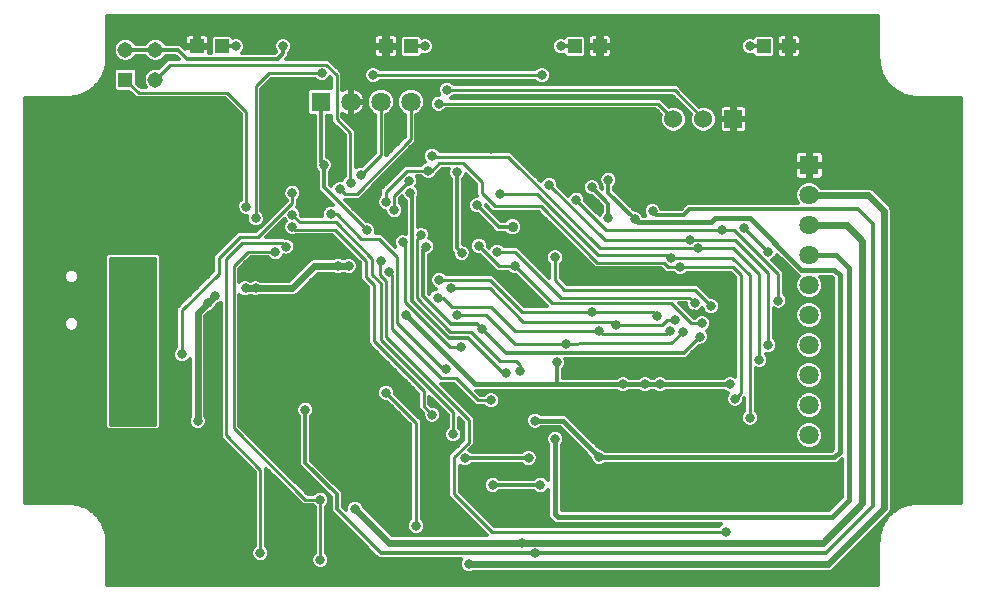
<source format=gbl>
G75*
%MOIN*%
%OFA0B0*%
%FSLAX25Y25*%
%IPPOS*%
%LPD*%
%AMOC8*
5,1,8,0,0,1.08239X$1,22.5*
%
%ADD10R,0.04724X0.04724*%
%ADD11R,0.05150X0.05150*%
%ADD12C,0.05150*%
%ADD13R,0.06425X0.06425*%
%ADD14C,0.06425*%
%ADD15R,0.06437X0.06437*%
%ADD16C,0.06437*%
%ADD17R,0.06024X0.06024*%
%ADD18C,0.06024*%
%ADD19C,0.03200*%
%ADD20C,0.01200*%
%ADD21C,0.01600*%
%ADD22C,0.02400*%
%ADD23C,0.01000*%
%ADD24C,0.01800*%
%ADD25C,0.03500*%
D10*
X0113039Y0235814D03*
X0121307Y0235814D03*
X0176031Y0235814D03*
X0184299Y0235814D03*
X0239024Y0235814D03*
X0247291Y0235814D03*
X0302016Y0235814D03*
X0310283Y0235814D03*
D11*
X0089181Y0224711D03*
D12*
X0099181Y0224711D03*
X0099181Y0234711D03*
X0089181Y0234711D03*
D13*
X0154281Y0217261D03*
D14*
X0164281Y0217261D03*
X0174281Y0217261D03*
X0184281Y0217261D03*
D15*
X0317134Y0196168D03*
D16*
X0317134Y0186168D03*
X0317134Y0176168D03*
X0317134Y0166168D03*
X0317134Y0156168D03*
X0317134Y0146168D03*
X0317134Y0136168D03*
X0317134Y0126168D03*
X0317134Y0116168D03*
X0317134Y0106168D03*
D17*
X0291831Y0211511D03*
D18*
X0281831Y0211511D03*
X0271831Y0211511D03*
D19*
X0250181Y0191299D03*
X0244669Y0188849D03*
X0239494Y0184711D03*
X0230478Y0189665D03*
X0235119Y0196274D03*
X0225681Y0201711D03*
X0210981Y0201711D03*
X0197619Y0201899D03*
X0191344Y0199286D03*
X0190156Y0194361D03*
X0183787Y0191055D03*
X0184031Y0187011D03*
X0178825Y0181193D03*
X0176069Y0183949D03*
X0169300Y0180186D03*
X0169637Y0174455D03*
X0157694Y0179968D03*
X0160656Y0188224D03*
X0164194Y0190318D03*
X0167594Y0192849D03*
X0159675Y0193286D03*
X0155244Y0196199D03*
X0144831Y0187011D03*
X0144831Y0179661D03*
X0144831Y0175680D03*
X0139031Y0173774D03*
X0142656Y0169086D03*
X0139181Y0167211D03*
X0130197Y0160526D03*
X0129212Y0155161D03*
X0132581Y0155161D03*
X0131362Y0151230D03*
X0119106Y0152711D03*
X0116656Y0150261D03*
X0102881Y0143274D03*
X0102881Y0136636D03*
X0108081Y0133111D03*
X0119181Y0123461D03*
X0131056Y0122211D03*
X0141056Y0122211D03*
X0149181Y0114711D03*
X0162619Y0122524D03*
X0176056Y0120336D03*
X0182931Y0122524D03*
X0191460Y0113058D03*
X0198425Y0106468D03*
X0209162Y0109436D03*
X0210981Y0117799D03*
X0220781Y0108611D03*
X0225681Y0111061D03*
X0232419Y0104936D03*
X0241631Y0099674D03*
X0247119Y0098811D03*
X0227519Y0089624D03*
X0223537Y0098505D03*
X0219862Y0101568D03*
X0211594Y0089624D03*
X0218331Y0081661D03*
X0228769Y0077930D03*
X0221394Y0070330D03*
X0225681Y0066855D03*
X0210981Y0059611D03*
X0203631Y0063286D03*
X0192306Y0075961D03*
X0186056Y0075961D03*
X0181462Y0077093D03*
X0165656Y0081661D03*
X0154181Y0084711D03*
X0159181Y0092211D03*
X0182619Y0094711D03*
X0192619Y0099399D03*
X0202406Y0098505D03*
X0181681Y0109711D03*
X0197831Y0121993D03*
X0195975Y0128211D03*
X0201181Y0135561D03*
X0207919Y0141686D03*
X0199594Y0146174D03*
X0193219Y0152099D03*
X0197681Y0155111D03*
X0193756Y0157924D03*
X0200262Y0160980D03*
X0201231Y0166911D03*
X0207000Y0169249D03*
X0213125Y0167411D03*
X0209450Y0162511D03*
X0218944Y0162511D03*
X0227744Y0165436D03*
X0232369Y0165449D03*
X0238206Y0166011D03*
X0236056Y0159136D03*
X0244806Y0147211D03*
X0247119Y0141074D03*
X0252631Y0142911D03*
X0266482Y0145885D03*
X0270700Y0141074D03*
X0272473Y0144688D03*
X0278812Y0146455D03*
X0281419Y0143524D03*
X0280606Y0139086D03*
X0274856Y0140661D03*
X0284394Y0149199D03*
X0288919Y0149824D03*
X0278969Y0150261D03*
X0289531Y0142474D03*
X0303469Y0136174D03*
X0300406Y0131274D03*
X0290744Y0123199D03*
X0292444Y0118411D03*
X0297344Y0111980D03*
X0276269Y0119761D03*
X0267331Y0123199D03*
X0262431Y0123199D03*
X0258506Y0118843D03*
X0255081Y0123199D03*
X0258812Y0128949D03*
X0271062Y0126805D03*
X0236181Y0136674D03*
X0233031Y0130661D03*
X0220781Y0127599D03*
X0215881Y0126986D03*
X0182616Y0146210D03*
X0177012Y0160643D03*
X0174431Y0164336D03*
X0181581Y0170474D03*
X0187706Y0172924D03*
X0189406Y0169086D03*
X0187675Y0178655D03*
X0206369Y0182836D03*
X0213869Y0186586D03*
X0203019Y0191299D03*
X0199706Y0193880D03*
X0193525Y0216718D03*
X0196281Y0221311D03*
X0189024Y0235814D03*
X0171781Y0226211D03*
X0154631Y0226824D03*
X0141780Y0235814D03*
X0132581Y0243361D03*
X0126031Y0235814D03*
X0138544Y0199718D03*
X0129519Y0182418D03*
X0132581Y0178436D03*
X0136581Y0179593D03*
X0156744Y0168549D03*
X0160114Y0162522D03*
X0163524Y0162522D03*
X0153244Y0158461D03*
X0116981Y0164893D03*
X0102881Y0159461D03*
X0097306Y0157361D03*
X0092194Y0157361D03*
X0086681Y0157361D03*
X0086681Y0162361D03*
X0092406Y0162361D03*
X0097306Y0162361D03*
X0080469Y0164136D03*
X0080506Y0174386D03*
X0068256Y0174386D03*
X0057844Y0174386D03*
X0080469Y0145599D03*
X0080469Y0138411D03*
X0080469Y0128574D03*
X0086681Y0122211D03*
X0086681Y0117211D03*
X0086681Y0112211D03*
X0096681Y0112211D03*
X0096681Y0117211D03*
X0096681Y0122211D03*
X0105631Y0111674D03*
X0113244Y0110961D03*
X0068256Y0128574D03*
X0057844Y0128574D03*
X0059081Y0086561D03*
X0086031Y0059611D03*
X0132581Y0059611D03*
X0134181Y0066896D03*
X0148556Y0071586D03*
X0154181Y0064711D03*
X0159531Y0071861D03*
X0181462Y0059636D03*
X0256025Y0059555D03*
X0289381Y0059611D03*
X0289381Y0074030D03*
X0256025Y0083443D03*
X0335931Y0059611D03*
X0365331Y0086561D03*
X0365331Y0150261D03*
X0306806Y0151099D03*
X0303469Y0167411D03*
X0295506Y0175374D03*
X0287956Y0174711D03*
X0280119Y0168461D03*
X0277294Y0171274D03*
X0270994Y0165336D03*
X0274119Y0162211D03*
X0267394Y0160786D03*
X0257987Y0160849D03*
X0259062Y0178130D03*
X0264881Y0180886D03*
X0271069Y0182836D03*
X0250181Y0178436D03*
X0228131Y0226211D03*
X0234299Y0235814D03*
X0210981Y0243361D03*
X0289381Y0243361D03*
X0297291Y0235814D03*
X0335931Y0243361D03*
X0365331Y0213961D03*
X0059081Y0216411D03*
D20*
X0083140Y0069937D02*
X0083140Y0056311D01*
X0340183Y0056311D01*
X0340183Y0069937D01*
X0340145Y0069981D01*
X0340183Y0070509D01*
X0340183Y0071039D01*
X0340223Y0071080D01*
X0340273Y0071775D01*
X0340212Y0071871D01*
X0340314Y0072340D01*
X0340348Y0072819D01*
X0340434Y0072893D01*
X0340594Y0073629D01*
X0340547Y0073733D01*
X0340714Y0074182D01*
X0340816Y0074651D01*
X0340912Y0074713D01*
X0341175Y0075419D01*
X0341143Y0075528D01*
X0341373Y0075949D01*
X0341541Y0076398D01*
X0341645Y0076446D01*
X0342006Y0077107D01*
X0341989Y0077220D01*
X0342277Y0077604D01*
X0342507Y0078025D01*
X0342616Y0078057D01*
X0343068Y0078660D01*
X0343068Y0078774D01*
X0343407Y0079113D01*
X0343694Y0079497D01*
X0343807Y0079513D01*
X0344340Y0080046D01*
X0344356Y0080159D01*
X0344740Y0080446D01*
X0345079Y0080786D01*
X0345193Y0080786D01*
X0345796Y0081237D01*
X0345828Y0081346D01*
X0346249Y0081576D01*
X0346633Y0081864D01*
X0346746Y0081848D01*
X0347407Y0082209D01*
X0347455Y0082312D01*
X0347904Y0082480D01*
X0348325Y0082710D01*
X0348435Y0082678D01*
X0349140Y0082941D01*
X0349202Y0083037D01*
X0349671Y0083139D01*
X0350120Y0083306D01*
X0350224Y0083259D01*
X0350960Y0083419D01*
X0351035Y0083505D01*
X0351513Y0083540D01*
X0351982Y0083642D01*
X0352078Y0083580D01*
X0352773Y0083630D01*
X0352814Y0083670D01*
X0353344Y0083670D01*
X0353872Y0083708D01*
X0353916Y0083670D01*
X0367542Y0083670D01*
X0367542Y0218666D01*
X0353916Y0218666D01*
X0353872Y0218628D01*
X0353344Y0218666D01*
X0352814Y0218666D01*
X0352773Y0218707D01*
X0352078Y0218756D01*
X0351982Y0218695D01*
X0351513Y0218797D01*
X0351035Y0218831D01*
X0350960Y0218917D01*
X0350224Y0219077D01*
X0350120Y0219030D01*
X0349671Y0219197D01*
X0349202Y0219299D01*
X0349140Y0219395D01*
X0348435Y0219659D01*
X0348325Y0219626D01*
X0347904Y0219856D01*
X0347455Y0220024D01*
X0347407Y0220128D01*
X0346746Y0220489D01*
X0346633Y0220472D01*
X0346249Y0220760D01*
X0345828Y0220990D01*
X0345796Y0221099D01*
X0345193Y0221551D01*
X0345079Y0221551D01*
X0344740Y0221890D01*
X0344356Y0222177D01*
X0344340Y0222290D01*
X0343807Y0222823D01*
X0343694Y0222839D01*
X0343407Y0223223D01*
X0343068Y0223562D01*
X0343068Y0223676D01*
X0342616Y0224279D01*
X0342507Y0224311D01*
X0342277Y0224732D01*
X0341989Y0225116D01*
X0342006Y0225229D01*
X0341645Y0225890D01*
X0341541Y0225938D01*
X0341373Y0226387D01*
X0341143Y0226808D01*
X0341175Y0226918D01*
X0340912Y0227623D01*
X0340816Y0227685D01*
X0340714Y0228154D01*
X0340547Y0228603D01*
X0340594Y0228707D01*
X0340434Y0229443D01*
X0340348Y0229518D01*
X0340314Y0229996D01*
X0340212Y0230465D01*
X0340273Y0230561D01*
X0340223Y0231256D01*
X0340183Y0231297D01*
X0340183Y0231827D01*
X0340145Y0232355D01*
X0340183Y0232399D01*
X0340183Y0246025D01*
X0083140Y0246025D01*
X0083140Y0232399D01*
X0083178Y0232355D01*
X0083140Y0231827D01*
X0083140Y0231297D01*
X0083099Y0231256D01*
X0083050Y0230561D01*
X0083111Y0230465D01*
X0083009Y0229996D01*
X0082975Y0229518D01*
X0082889Y0229443D01*
X0082729Y0228707D01*
X0082776Y0228603D01*
X0082608Y0228154D01*
X0082506Y0227685D01*
X0082411Y0227623D01*
X0082147Y0226918D01*
X0082179Y0226808D01*
X0081950Y0226387D01*
X0081782Y0225938D01*
X0081678Y0225890D01*
X0081317Y0225229D01*
X0081333Y0225116D01*
X0081046Y0224732D01*
X0080816Y0224311D01*
X0080707Y0224279D01*
X0080255Y0223676D01*
X0080255Y0223562D01*
X0079916Y0223223D01*
X0079629Y0222839D01*
X0079516Y0222823D01*
X0078983Y0222290D01*
X0078967Y0222177D01*
X0078583Y0221890D01*
X0078244Y0221551D01*
X0078130Y0221551D01*
X0077527Y0221099D01*
X0077495Y0220990D01*
X0077073Y0220760D01*
X0076689Y0220472D01*
X0076577Y0220489D01*
X0075916Y0220128D01*
X0075868Y0220024D01*
X0075419Y0219856D01*
X0074998Y0219626D01*
X0074888Y0219659D01*
X0074183Y0219395D01*
X0074121Y0219299D01*
X0073652Y0219197D01*
X0073203Y0219030D01*
X0073099Y0219077D01*
X0072363Y0218917D01*
X0072288Y0218831D01*
X0071810Y0218797D01*
X0071341Y0218695D01*
X0071245Y0218756D01*
X0070550Y0218707D01*
X0070509Y0218666D01*
X0069979Y0218666D01*
X0069451Y0218628D01*
X0069407Y0218666D01*
X0055781Y0218666D01*
X0055781Y0083670D01*
X0069407Y0083670D01*
X0069451Y0083708D01*
X0069979Y0083670D01*
X0070509Y0083670D01*
X0070550Y0083630D01*
X0071245Y0083580D01*
X0071341Y0083642D01*
X0071810Y0083540D01*
X0072288Y0083505D01*
X0072363Y0083419D01*
X0073099Y0083259D01*
X0073203Y0083306D01*
X0073652Y0083139D01*
X0074121Y0083037D01*
X0074183Y0082941D01*
X0074888Y0082678D01*
X0074998Y0082710D01*
X0075419Y0082480D01*
X0075868Y0082312D01*
X0075916Y0082209D01*
X0076577Y0081848D01*
X0076689Y0081864D01*
X0077073Y0081576D01*
X0077495Y0081346D01*
X0077527Y0081237D01*
X0078130Y0080786D01*
X0078244Y0080786D01*
X0078583Y0080446D01*
X0078967Y0080159D01*
X0078983Y0080046D01*
X0079516Y0079513D01*
X0079629Y0079497D01*
X0079916Y0079113D01*
X0080255Y0078774D01*
X0080255Y0078660D01*
X0080707Y0078057D01*
X0080816Y0078025D01*
X0081046Y0077604D01*
X0081333Y0077220D01*
X0081317Y0077107D01*
X0081678Y0076446D01*
X0081782Y0076398D01*
X0081950Y0075949D01*
X0082179Y0075528D01*
X0082147Y0075419D01*
X0082411Y0074713D01*
X0082506Y0074651D01*
X0082608Y0074182D01*
X0082776Y0073733D01*
X0082729Y0073629D01*
X0082889Y0072893D01*
X0082975Y0072819D01*
X0083009Y0072340D01*
X0083111Y0071871D01*
X0083050Y0071775D01*
X0083099Y0071080D01*
X0083140Y0071039D01*
X0083140Y0070509D01*
X0083178Y0069981D01*
X0083140Y0069937D01*
X0083156Y0070292D02*
X0132281Y0070292D01*
X0132281Y0069239D02*
X0131638Y0068596D01*
X0131181Y0067493D01*
X0131181Y0066300D01*
X0131638Y0065197D01*
X0132482Y0064353D01*
X0133584Y0063896D01*
X0134778Y0063896D01*
X0135880Y0064353D01*
X0136724Y0065197D01*
X0137181Y0066300D01*
X0137181Y0067493D01*
X0136724Y0068596D01*
X0136081Y0069239D01*
X0136081Y0095074D01*
X0148344Y0082811D01*
X0151838Y0082811D01*
X0152281Y0082369D01*
X0152281Y0067054D01*
X0151638Y0066411D01*
X0151181Y0065308D01*
X0151181Y0064115D01*
X0151638Y0063012D01*
X0152482Y0062168D01*
X0153584Y0061711D01*
X0154778Y0061711D01*
X0155880Y0062168D01*
X0156724Y0063012D01*
X0157181Y0064115D01*
X0157181Y0065308D01*
X0156724Y0066411D01*
X0156081Y0067054D01*
X0156081Y0082369D01*
X0156724Y0083012D01*
X0157181Y0084115D01*
X0157181Y0085308D01*
X0156724Y0086411D01*
X0155880Y0087255D01*
X0154778Y0087711D01*
X0153584Y0087711D01*
X0152482Y0087255D01*
X0151838Y0086611D01*
X0149918Y0086611D01*
X0127131Y0109398D01*
X0127131Y0153000D01*
X0127513Y0152618D01*
X0128616Y0152161D01*
X0129809Y0152161D01*
X0130775Y0152561D01*
X0131019Y0152561D01*
X0131984Y0152161D01*
X0133178Y0152161D01*
X0134144Y0152561D01*
X0145348Y0152561D01*
X0146304Y0152957D01*
X0147035Y0153689D01*
X0153258Y0159911D01*
X0158577Y0159911D01*
X0159517Y0159522D01*
X0160711Y0159522D01*
X0161677Y0159922D01*
X0161962Y0159922D01*
X0162928Y0159522D01*
X0164121Y0159522D01*
X0165224Y0159979D01*
X0166068Y0160823D01*
X0166524Y0161926D01*
X0166524Y0163119D01*
X0166068Y0164222D01*
X0165224Y0165066D01*
X0164121Y0165522D01*
X0162928Y0165522D01*
X0161962Y0165122D01*
X0161675Y0165122D01*
X0160711Y0165522D01*
X0159517Y0165522D01*
X0158526Y0165111D01*
X0151664Y0165111D01*
X0150708Y0164716D01*
X0143754Y0157761D01*
X0134144Y0157761D01*
X0133178Y0158161D01*
X0131984Y0158161D01*
X0131019Y0157761D01*
X0130775Y0157761D01*
X0129809Y0158161D01*
X0128616Y0158161D01*
X0127513Y0157705D01*
X0127131Y0157323D01*
X0127131Y0161724D01*
X0130918Y0165511D01*
X0136638Y0165511D01*
X0137482Y0164668D01*
X0138584Y0164211D01*
X0139778Y0164211D01*
X0140880Y0164668D01*
X0141724Y0165512D01*
X0141977Y0166121D01*
X0142059Y0166086D01*
X0143253Y0166086D01*
X0144355Y0166543D01*
X0145199Y0167387D01*
X0145656Y0168490D01*
X0145656Y0169683D01*
X0145199Y0170786D01*
X0144355Y0171630D01*
X0143253Y0172086D01*
X0142343Y0172086D01*
X0142193Y0172236D01*
X0136112Y0172236D01*
X0142156Y0178280D01*
X0142288Y0177962D01*
X0142579Y0177671D01*
X0142288Y0177380D01*
X0141831Y0176277D01*
X0141831Y0175083D01*
X0142288Y0173981D01*
X0143132Y0173137D01*
X0144234Y0172680D01*
X0145428Y0172680D01*
X0145865Y0172861D01*
X0158132Y0172861D01*
X0167494Y0163499D01*
X0167494Y0158043D01*
X0168607Y0156930D01*
X0170056Y0155481D01*
X0170056Y0136743D01*
X0186719Y0120081D01*
X0186719Y0115112D01*
X0188460Y0113371D01*
X0188460Y0112461D01*
X0188916Y0111358D01*
X0189760Y0110515D01*
X0190863Y0110058D01*
X0192056Y0110058D01*
X0193159Y0110515D01*
X0194003Y0111358D01*
X0194460Y0112461D01*
X0194460Y0113655D01*
X0194003Y0114757D01*
X0193159Y0115601D01*
X0192056Y0116058D01*
X0191147Y0116058D01*
X0190519Y0116686D01*
X0190519Y0119037D01*
X0196525Y0113031D01*
X0196525Y0108810D01*
X0195882Y0108167D01*
X0195425Y0107064D01*
X0195425Y0105871D01*
X0195882Y0104768D01*
X0196725Y0103924D01*
X0197828Y0103468D01*
X0199022Y0103468D01*
X0200124Y0103924D01*
X0200968Y0104768D01*
X0201425Y0105871D01*
X0201425Y0107064D01*
X0200968Y0108167D01*
X0200325Y0108810D01*
X0200325Y0111987D01*
X0201731Y0110581D01*
X0201731Y0104498D01*
X0196831Y0099598D01*
X0196831Y0085774D01*
X0197944Y0084661D01*
X0209675Y0072930D01*
X0178064Y0072930D01*
X0168599Y0082395D01*
X0168199Y0083361D01*
X0167355Y0084205D01*
X0166253Y0084661D01*
X0165059Y0084661D01*
X0163957Y0084205D01*
X0163113Y0083361D01*
X0162656Y0082258D01*
X0162656Y0081365D01*
X0161531Y0082490D01*
X0161531Y0087390D01*
X0160360Y0088561D01*
X0151181Y0097740D01*
X0151181Y0112469D01*
X0151724Y0113012D01*
X0152181Y0114115D01*
X0152181Y0115308D01*
X0151724Y0116411D01*
X0150880Y0117255D01*
X0149778Y0117711D01*
X0148584Y0117711D01*
X0147482Y0117255D01*
X0146638Y0116411D01*
X0146181Y0115308D01*
X0146181Y0114115D01*
X0146638Y0113012D01*
X0147181Y0112469D01*
X0147181Y0096083D01*
X0148353Y0094911D01*
X0157531Y0085733D01*
X0157531Y0080833D01*
X0172337Y0066027D01*
X0172337Y0066027D01*
X0173509Y0064855D01*
X0201034Y0064855D01*
X0200631Y0063883D01*
X0200631Y0062690D01*
X0201088Y0061587D01*
X0201932Y0060743D01*
X0203034Y0060286D01*
X0204228Y0060286D01*
X0205194Y0060686D01*
X0323892Y0060686D01*
X0324848Y0061082D01*
X0344260Y0080495D01*
X0344656Y0081450D01*
X0344656Y0181404D01*
X0344260Y0182359D01*
X0338247Y0188372D01*
X0337292Y0188768D01*
X0321056Y0188768D01*
X0321049Y0188784D01*
X0319750Y0190083D01*
X0318053Y0190787D01*
X0316215Y0190787D01*
X0314518Y0190083D01*
X0313218Y0188784D01*
X0312515Y0187087D01*
X0312515Y0185249D01*
X0313218Y0183552D01*
X0313272Y0183499D01*
X0276303Y0183499D01*
X0274465Y0181661D01*
X0267807Y0181661D01*
X0267424Y0182586D01*
X0266580Y0183430D01*
X0265478Y0183886D01*
X0264284Y0183886D01*
X0263182Y0183430D01*
X0262338Y0182586D01*
X0261881Y0181483D01*
X0261881Y0180290D01*
X0262245Y0179411D01*
X0261779Y0179411D01*
X0261606Y0179830D01*
X0260762Y0180673D01*
X0259659Y0181130D01*
X0258891Y0181130D01*
X0252181Y0187840D01*
X0252181Y0189056D01*
X0252724Y0189600D01*
X0253181Y0190702D01*
X0253181Y0191896D01*
X0252724Y0192998D01*
X0251880Y0193842D01*
X0250778Y0194299D01*
X0249584Y0194299D01*
X0248482Y0193842D01*
X0247638Y0192998D01*
X0247181Y0191896D01*
X0247181Y0190702D01*
X0247638Y0189600D01*
X0248181Y0189056D01*
X0248181Y0188165D01*
X0247669Y0188677D01*
X0247669Y0189446D01*
X0247212Y0190548D01*
X0246368Y0191392D01*
X0245265Y0191849D01*
X0244072Y0191849D01*
X0242969Y0191392D01*
X0242125Y0190548D01*
X0241669Y0189446D01*
X0241669Y0188252D01*
X0242125Y0187150D01*
X0242969Y0186306D01*
X0244072Y0185849D01*
X0244840Y0185849D01*
X0248181Y0182508D01*
X0248181Y0180679D01*
X0247638Y0180136D01*
X0247380Y0179512D01*
X0242494Y0184398D01*
X0242494Y0185308D01*
X0242037Y0186411D01*
X0241193Y0187255D01*
X0240090Y0187711D01*
X0238897Y0187711D01*
X0237794Y0187255D01*
X0236950Y0186411D01*
X0236795Y0186035D01*
X0233478Y0189352D01*
X0233478Y0190261D01*
X0233021Y0191364D01*
X0232177Y0192208D01*
X0231075Y0192665D01*
X0229881Y0192665D01*
X0228779Y0192208D01*
X0227935Y0191364D01*
X0227691Y0190776D01*
X0218725Y0199742D01*
X0217612Y0200855D01*
X0193941Y0200855D01*
X0193887Y0200986D01*
X0193043Y0201830D01*
X0191940Y0202286D01*
X0190747Y0202286D01*
X0189644Y0201830D01*
X0188800Y0200986D01*
X0188344Y0199883D01*
X0188344Y0198690D01*
X0188800Y0197587D01*
X0189182Y0197205D01*
X0188457Y0196905D01*
X0187813Y0196261D01*
X0182325Y0196261D01*
X0174169Y0188105D01*
X0174169Y0186292D01*
X0173525Y0185648D01*
X0173069Y0184546D01*
X0173069Y0183352D01*
X0173525Y0182250D01*
X0174369Y0181406D01*
X0175472Y0180949D01*
X0175825Y0180949D01*
X0175825Y0180596D01*
X0176282Y0179493D01*
X0177125Y0178649D01*
X0178228Y0178193D01*
X0179422Y0178193D01*
X0180524Y0178649D01*
X0181368Y0179493D01*
X0181825Y0180596D01*
X0181825Y0181789D01*
X0181368Y0182892D01*
X0180725Y0183535D01*
X0180725Y0185306D01*
X0181266Y0185847D01*
X0181488Y0185312D01*
X0182332Y0184468D01*
X0182644Y0184339D01*
X0182644Y0173281D01*
X0182178Y0173474D01*
X0180984Y0173474D01*
X0179882Y0173017D01*
X0179038Y0172173D01*
X0178581Y0171071D01*
X0178581Y0169877D01*
X0178902Y0169102D01*
X0175519Y0172486D01*
X0174406Y0173599D01*
X0172530Y0173599D01*
X0172637Y0173858D01*
X0172637Y0175052D01*
X0172181Y0176155D01*
X0171337Y0176998D01*
X0170234Y0177455D01*
X0169466Y0177455D01*
X0162234Y0184686D01*
X0165613Y0184686D01*
X0165626Y0184673D01*
X0166397Y0184686D01*
X0167168Y0184686D01*
X0167181Y0184700D01*
X0167200Y0184700D01*
X0167736Y0185254D01*
X0168281Y0185799D01*
X0168281Y0185818D01*
X0185636Y0203767D01*
X0186181Y0204312D01*
X0186181Y0204331D01*
X0186194Y0204344D01*
X0186181Y0205115D01*
X0186181Y0213056D01*
X0186894Y0213351D01*
X0188191Y0214649D01*
X0188894Y0216344D01*
X0188894Y0218179D01*
X0188191Y0219874D01*
X0186894Y0221172D01*
X0185199Y0221874D01*
X0183364Y0221874D01*
X0181668Y0221172D01*
X0180371Y0219874D01*
X0179669Y0218179D01*
X0179669Y0216344D01*
X0180371Y0214649D01*
X0181668Y0213351D01*
X0182381Y0213056D01*
X0182381Y0205867D01*
X0176181Y0199455D01*
X0176181Y0213056D01*
X0176894Y0213351D01*
X0178191Y0214649D01*
X0178894Y0216344D01*
X0178894Y0218179D01*
X0178191Y0219874D01*
X0176894Y0221172D01*
X0175199Y0221874D01*
X0173364Y0221874D01*
X0171668Y0221172D01*
X0170371Y0219874D01*
X0169669Y0218179D01*
X0169669Y0216344D01*
X0170371Y0214649D01*
X0171668Y0213351D01*
X0172381Y0213056D01*
X0172381Y0200323D01*
X0167907Y0195849D01*
X0166997Y0195849D01*
X0166025Y0195446D01*
X0166025Y0207705D01*
X0161431Y0212298D01*
X0161431Y0213383D01*
X0161759Y0213145D01*
X0162434Y0212801D01*
X0163154Y0212567D01*
X0163877Y0212453D01*
X0163877Y0216857D01*
X0164685Y0216857D01*
X0164685Y0212453D01*
X0165408Y0212567D01*
X0166128Y0212801D01*
X0166803Y0213145D01*
X0167416Y0213591D01*
X0167952Y0214126D01*
X0168397Y0214739D01*
X0168741Y0215414D01*
X0168975Y0216134D01*
X0169090Y0216857D01*
X0164685Y0216857D01*
X0164685Y0217665D01*
X0169090Y0217665D01*
X0168975Y0218388D01*
X0168741Y0219109D01*
X0168397Y0219784D01*
X0167952Y0220397D01*
X0167416Y0220932D01*
X0166803Y0221377D01*
X0166128Y0221721D01*
X0165408Y0221955D01*
X0164685Y0222070D01*
X0164685Y0217665D01*
X0163877Y0217665D01*
X0163877Y0222070D01*
X0163154Y0221955D01*
X0162434Y0221721D01*
X0161759Y0221377D01*
X0161431Y0221139D01*
X0161431Y0226998D01*
X0160318Y0228111D01*
X0156818Y0231611D01*
X0142647Y0231611D01*
X0143780Y0232744D01*
X0143780Y0233571D01*
X0144323Y0234114D01*
X0144780Y0235217D01*
X0144780Y0236411D01*
X0144323Y0237513D01*
X0143479Y0238357D01*
X0142376Y0238814D01*
X0141183Y0238814D01*
X0140080Y0238357D01*
X0139236Y0237513D01*
X0138780Y0236411D01*
X0138780Y0235217D01*
X0139236Y0234114D01*
X0139365Y0233986D01*
X0139103Y0233724D01*
X0128184Y0233724D01*
X0128575Y0234114D01*
X0129031Y0235217D01*
X0129031Y0236411D01*
X0128575Y0237513D01*
X0127731Y0238357D01*
X0126628Y0238814D01*
X0125435Y0238814D01*
X0125069Y0238662D01*
X0125069Y0238756D01*
X0124249Y0239576D01*
X0118365Y0239576D01*
X0117545Y0238756D01*
X0117545Y0233724D01*
X0117002Y0233724D01*
X0117002Y0235233D01*
X0113621Y0235233D01*
X0113621Y0236395D01*
X0117002Y0236395D01*
X0117002Y0238387D01*
X0116893Y0238794D01*
X0116682Y0239158D01*
X0116384Y0239456D01*
X0116019Y0239667D01*
X0115612Y0239776D01*
X0113620Y0239776D01*
X0113620Y0236395D01*
X0112458Y0236395D01*
X0112458Y0235233D01*
X0109077Y0235233D01*
X0109077Y0235087D01*
X0107453Y0236711D01*
X0102655Y0236711D01*
X0102551Y0236963D01*
X0101433Y0238081D01*
X0099972Y0238686D01*
X0098390Y0238686D01*
X0096930Y0238081D01*
X0095811Y0236963D01*
X0095707Y0236711D01*
X0092655Y0236711D01*
X0092551Y0236963D01*
X0091433Y0238081D01*
X0089972Y0238686D01*
X0088390Y0238686D01*
X0086930Y0238081D01*
X0085811Y0236963D01*
X0085206Y0235502D01*
X0085206Y0233921D01*
X0085811Y0232460D01*
X0086930Y0231342D01*
X0088390Y0230737D01*
X0089972Y0230737D01*
X0091433Y0231342D01*
X0092551Y0232460D01*
X0092655Y0232711D01*
X0095707Y0232711D01*
X0095811Y0232460D01*
X0096930Y0231342D01*
X0098390Y0230737D01*
X0099972Y0230737D01*
X0101433Y0231342D01*
X0102551Y0232460D01*
X0102655Y0232711D01*
X0105796Y0232711D01*
X0106896Y0231611D01*
X0103394Y0231611D01*
X0102281Y0230498D01*
X0100323Y0228541D01*
X0099972Y0228686D01*
X0098390Y0228686D01*
X0096930Y0228081D01*
X0095811Y0226963D01*
X0095206Y0225502D01*
X0095206Y0223921D01*
X0095811Y0222460D01*
X0096035Y0222236D01*
X0094343Y0222236D01*
X0093156Y0223424D01*
X0093156Y0227866D01*
X0092336Y0228686D01*
X0086026Y0228686D01*
X0085206Y0227866D01*
X0085206Y0221557D01*
X0086026Y0220737D01*
X0090469Y0220737D01*
X0091656Y0219549D01*
X0092769Y0218436D01*
X0122357Y0218436D01*
X0127619Y0213174D01*
X0127619Y0184760D01*
X0126975Y0184117D01*
X0126519Y0183014D01*
X0126519Y0181821D01*
X0126975Y0180718D01*
X0127819Y0179874D01*
X0128922Y0179418D01*
X0129740Y0179418D01*
X0129581Y0179033D01*
X0129581Y0177840D01*
X0130038Y0176737D01*
X0130882Y0175893D01*
X0131984Y0175436D01*
X0133178Y0175436D01*
X0134280Y0175893D01*
X0135124Y0176737D01*
X0135581Y0177840D01*
X0135581Y0179033D01*
X0135124Y0180136D01*
X0134481Y0180779D01*
X0134481Y0221749D01*
X0137656Y0224924D01*
X0152288Y0224924D01*
X0152932Y0224281D01*
X0154034Y0223824D01*
X0155228Y0223824D01*
X0156330Y0224281D01*
X0157174Y0225125D01*
X0157396Y0225660D01*
X0157631Y0225424D01*
X0157631Y0221874D01*
X0150489Y0221874D01*
X0149669Y0221054D01*
X0149669Y0213469D01*
X0150489Y0212649D01*
X0152281Y0212649D01*
X0152281Y0196886D01*
X0152244Y0196796D01*
X0152244Y0195602D01*
X0152700Y0194500D01*
X0153244Y0193956D01*
X0153244Y0188020D01*
X0158301Y0182963D01*
X0158290Y0182968D01*
X0157097Y0182968D01*
X0155994Y0182511D01*
X0155150Y0181667D01*
X0154694Y0180564D01*
X0154694Y0179371D01*
X0154801Y0179111D01*
X0148068Y0179111D01*
X0147831Y0179348D01*
X0147831Y0180258D01*
X0147374Y0181361D01*
X0146530Y0182205D01*
X0146212Y0182337D01*
X0146731Y0182856D01*
X0146731Y0184669D01*
X0147374Y0185312D01*
X0147831Y0186415D01*
X0147831Y0187608D01*
X0147374Y0188711D01*
X0146530Y0189555D01*
X0145428Y0190011D01*
X0144234Y0190011D01*
X0143132Y0189555D01*
X0142288Y0188711D01*
X0141831Y0187608D01*
X0141831Y0186415D01*
X0142288Y0185312D01*
X0142931Y0184669D01*
X0142931Y0184430D01*
X0132713Y0174211D01*
X0126588Y0174211D01*
X0125475Y0173098D01*
X0119544Y0167168D01*
X0118431Y0166055D01*
X0118431Y0160848D01*
X0106181Y0148598D01*
X0106181Y0135454D01*
X0105538Y0134811D01*
X0105081Y0133708D01*
X0105081Y0132515D01*
X0105538Y0131412D01*
X0106382Y0130568D01*
X0107484Y0130111D01*
X0108678Y0130111D01*
X0109780Y0130568D01*
X0110624Y0131412D01*
X0110644Y0131458D01*
X0110644Y0112524D01*
X0110244Y0111558D01*
X0110244Y0110365D01*
X0110700Y0109262D01*
X0111544Y0108418D01*
X0112647Y0107961D01*
X0113840Y0107961D01*
X0114943Y0108418D01*
X0115787Y0109262D01*
X0116244Y0110365D01*
X0116244Y0111558D01*
X0115844Y0112524D01*
X0115844Y0145772D01*
X0117390Y0147318D01*
X0118355Y0147718D01*
X0119199Y0148562D01*
X0119599Y0149528D01*
X0119840Y0149768D01*
X0120805Y0150168D01*
X0120881Y0150244D01*
X0120881Y0105374D01*
X0121994Y0104261D01*
X0132281Y0093974D01*
X0132281Y0069239D01*
X0132136Y0069094D02*
X0083140Y0069094D01*
X0083140Y0067895D02*
X0131348Y0067895D01*
X0131181Y0066697D02*
X0083140Y0066697D01*
X0083140Y0065498D02*
X0131513Y0065498D01*
X0132611Y0064299D02*
X0083140Y0064299D01*
X0083140Y0063101D02*
X0151601Y0063101D01*
X0151181Y0064299D02*
X0135751Y0064299D01*
X0136849Y0065498D02*
X0151260Y0065498D01*
X0151924Y0066697D02*
X0137181Y0066697D01*
X0137015Y0067895D02*
X0152281Y0067895D01*
X0152281Y0069094D02*
X0136227Y0069094D01*
X0136081Y0070292D02*
X0152281Y0070292D01*
X0152281Y0071491D02*
X0136081Y0071491D01*
X0136081Y0072689D02*
X0152281Y0072689D01*
X0152281Y0073888D02*
X0136081Y0073888D01*
X0136081Y0075086D02*
X0152281Y0075086D01*
X0152281Y0076285D02*
X0136081Y0076285D01*
X0136081Y0077483D02*
X0152281Y0077483D01*
X0152281Y0078682D02*
X0136081Y0078682D01*
X0136081Y0079880D02*
X0152281Y0079880D01*
X0152281Y0081079D02*
X0136081Y0081079D01*
X0136081Y0082277D02*
X0152281Y0082277D01*
X0156081Y0082277D02*
X0157531Y0082277D01*
X0157531Y0081079D02*
X0156081Y0081079D01*
X0156081Y0079880D02*
X0158484Y0079880D01*
X0159682Y0078682D02*
X0156081Y0078682D01*
X0156081Y0077483D02*
X0160881Y0077483D01*
X0162079Y0076285D02*
X0156081Y0076285D01*
X0156081Y0075086D02*
X0163278Y0075086D01*
X0164476Y0073888D02*
X0156081Y0073888D01*
X0156081Y0072689D02*
X0165675Y0072689D01*
X0166874Y0071491D02*
X0156081Y0071491D01*
X0156081Y0070292D02*
X0168072Y0070292D01*
X0169271Y0069094D02*
X0156081Y0069094D01*
X0156081Y0067895D02*
X0170469Y0067895D01*
X0171668Y0066697D02*
X0156439Y0066697D01*
X0157102Y0065498D02*
X0172866Y0065498D01*
X0174231Y0066961D02*
X0159531Y0081661D01*
X0159531Y0086561D01*
X0149181Y0096911D01*
X0149181Y0114711D01*
X0146400Y0115835D02*
X0127131Y0115835D01*
X0127131Y0114637D02*
X0146181Y0114637D01*
X0146461Y0113438D02*
X0127131Y0113438D01*
X0127131Y0112240D02*
X0147181Y0112240D01*
X0147181Y0111041D02*
X0127131Y0111041D01*
X0127131Y0109843D02*
X0147181Y0109843D01*
X0147181Y0108644D02*
X0127885Y0108644D01*
X0129084Y0107446D02*
X0147181Y0107446D01*
X0147181Y0106247D02*
X0130282Y0106247D01*
X0131481Y0105049D02*
X0147181Y0105049D01*
X0147181Y0103850D02*
X0132679Y0103850D01*
X0133878Y0102652D02*
X0147181Y0102652D01*
X0147181Y0101453D02*
X0135076Y0101453D01*
X0136275Y0100255D02*
X0147181Y0100255D01*
X0147181Y0099056D02*
X0137473Y0099056D01*
X0138672Y0097858D02*
X0147181Y0097858D01*
X0147181Y0096659D02*
X0139870Y0096659D01*
X0141069Y0095461D02*
X0147803Y0095461D01*
X0148353Y0094911D02*
X0148353Y0094911D01*
X0149002Y0094262D02*
X0142267Y0094262D01*
X0143466Y0093064D02*
X0150200Y0093064D01*
X0151399Y0091865D02*
X0144664Y0091865D01*
X0145863Y0090667D02*
X0152597Y0090667D01*
X0153796Y0089468D02*
X0147061Y0089468D01*
X0148260Y0088270D02*
X0154994Y0088270D01*
X0156064Y0087071D02*
X0156193Y0087071D01*
X0156947Y0085873D02*
X0157391Y0085873D01*
X0157531Y0084674D02*
X0157181Y0084674D01*
X0156916Y0083476D02*
X0157531Y0083476D01*
X0161531Y0083476D02*
X0163228Y0083476D01*
X0162664Y0082277D02*
X0161744Y0082277D01*
X0161531Y0084674D02*
X0184156Y0084674D01*
X0184156Y0083476D02*
X0168084Y0083476D01*
X0168717Y0082277D02*
X0184156Y0082277D01*
X0184156Y0081079D02*
X0169916Y0081079D01*
X0171114Y0079880D02*
X0184156Y0079880D01*
X0184156Y0078682D02*
X0172313Y0078682D01*
X0173511Y0077483D02*
X0183439Y0077483D01*
X0183513Y0077661D02*
X0183056Y0076558D01*
X0183056Y0075365D01*
X0183513Y0074262D01*
X0184357Y0073418D01*
X0185459Y0072961D01*
X0186653Y0072961D01*
X0187755Y0073418D01*
X0188599Y0074262D01*
X0189056Y0075365D01*
X0189056Y0076558D01*
X0188599Y0077661D01*
X0187956Y0078304D01*
X0187956Y0111123D01*
X0179056Y0120023D01*
X0179056Y0120933D01*
X0178599Y0122036D01*
X0177755Y0122880D01*
X0176653Y0123336D01*
X0175459Y0123336D01*
X0174357Y0122880D01*
X0173513Y0122036D01*
X0173056Y0120933D01*
X0173056Y0119740D01*
X0173513Y0118637D01*
X0174357Y0117793D01*
X0175459Y0117336D01*
X0176369Y0117336D01*
X0184156Y0109549D01*
X0184156Y0078304D01*
X0183513Y0077661D01*
X0183056Y0076285D02*
X0174710Y0076285D01*
X0175908Y0075086D02*
X0183171Y0075086D01*
X0183887Y0073888D02*
X0177107Y0073888D01*
X0174337Y0066855D02*
X0225681Y0066855D01*
X0322656Y0066855D01*
X0338381Y0082580D01*
X0338381Y0176599D01*
X0333481Y0181499D01*
X0277131Y0181499D01*
X0275294Y0179661D01*
X0266106Y0179661D01*
X0264881Y0180886D01*
X0262704Y0182952D02*
X0257069Y0182952D01*
X0258267Y0181754D02*
X0261993Y0181754D01*
X0261881Y0180555D02*
X0260880Y0180555D01*
X0259062Y0178130D02*
X0250181Y0187011D01*
X0250181Y0191299D01*
X0247413Y0190143D02*
X0247380Y0190143D01*
X0247181Y0191342D02*
X0246418Y0191342D01*
X0247448Y0192540D02*
X0231375Y0192540D01*
X0229581Y0192540D02*
X0225927Y0192540D01*
X0227125Y0191342D02*
X0227926Y0191342D01*
X0224728Y0193739D02*
X0248378Y0193739D01*
X0251984Y0193739D02*
X0312315Y0193739D01*
X0312315Y0192739D02*
X0312424Y0192332D01*
X0312635Y0191967D01*
X0312933Y0191669D01*
X0313298Y0191459D01*
X0313705Y0191350D01*
X0316661Y0191350D01*
X0316661Y0195695D01*
X0317607Y0195695D01*
X0317607Y0196641D01*
X0321952Y0196641D01*
X0321952Y0199597D01*
X0321843Y0200004D01*
X0321633Y0200369D01*
X0321335Y0200667D01*
X0320970Y0200878D01*
X0320563Y0200987D01*
X0317607Y0200987D01*
X0317607Y0196641D01*
X0316661Y0196641D01*
X0316661Y0200987D01*
X0313705Y0200987D01*
X0313298Y0200878D01*
X0312933Y0200667D01*
X0312635Y0200369D01*
X0312424Y0200004D01*
X0312315Y0199597D01*
X0312315Y0196641D01*
X0316661Y0196641D01*
X0316661Y0195695D01*
X0312315Y0195695D01*
X0312315Y0192739D01*
X0312369Y0192540D02*
X0252914Y0192540D01*
X0253181Y0191342D02*
X0367542Y0191342D01*
X0367542Y0192540D02*
X0321899Y0192540D01*
X0321952Y0192739D02*
X0321952Y0195695D01*
X0317607Y0195695D01*
X0317607Y0191350D01*
X0320563Y0191350D01*
X0320970Y0191459D01*
X0321335Y0191669D01*
X0321633Y0191967D01*
X0321843Y0192332D01*
X0321952Y0192739D01*
X0321952Y0193739D02*
X0367542Y0193739D01*
X0367542Y0194937D02*
X0321952Y0194937D01*
X0321952Y0197334D02*
X0367542Y0197334D01*
X0367542Y0196136D02*
X0317607Y0196136D01*
X0316661Y0196136D02*
X0222331Y0196136D01*
X0221133Y0197334D02*
X0312315Y0197334D01*
X0312315Y0198533D02*
X0219934Y0198533D01*
X0218736Y0199731D02*
X0312351Y0199731D01*
X0313493Y0200930D02*
X0193910Y0200930D01*
X0192322Y0202128D02*
X0367542Y0202128D01*
X0367542Y0200930D02*
X0320775Y0200930D01*
X0321916Y0199731D02*
X0367542Y0199731D01*
X0367542Y0198533D02*
X0321952Y0198533D01*
X0317607Y0198533D02*
X0316661Y0198533D01*
X0316661Y0199731D02*
X0317607Y0199731D01*
X0317607Y0200930D02*
X0316661Y0200930D01*
X0316661Y0197334D02*
X0317607Y0197334D01*
X0317607Y0194937D02*
X0316661Y0194937D01*
X0316661Y0193739D02*
X0317607Y0193739D01*
X0317607Y0192540D02*
X0316661Y0192540D01*
X0314662Y0190143D02*
X0252950Y0190143D01*
X0252181Y0188945D02*
X0313379Y0188945D01*
X0312788Y0187746D02*
X0252275Y0187746D01*
X0253473Y0186548D02*
X0312515Y0186548D01*
X0312515Y0185349D02*
X0254672Y0185349D01*
X0255870Y0184151D02*
X0312970Y0184151D01*
X0319606Y0190143D02*
X0367542Y0190143D01*
X0367542Y0188945D02*
X0320889Y0188945D01*
X0312315Y0194937D02*
X0223530Y0194937D01*
X0233030Y0191342D02*
X0242919Y0191342D01*
X0241958Y0190143D02*
X0233478Y0190143D01*
X0233885Y0188945D02*
X0241669Y0188945D01*
X0241878Y0187746D02*
X0235083Y0187746D01*
X0236282Y0186548D02*
X0237087Y0186548D01*
X0241900Y0186548D02*
X0242727Y0186548D01*
X0242477Y0185349D02*
X0245340Y0185349D01*
X0246538Y0184151D02*
X0242741Y0184151D01*
X0243940Y0182952D02*
X0247737Y0182952D01*
X0248181Y0181754D02*
X0245138Y0181754D01*
X0246337Y0180555D02*
X0248057Y0180555D01*
X0250181Y0178436D02*
X0250181Y0183336D01*
X0244669Y0188849D01*
X0247669Y0188945D02*
X0248181Y0188945D01*
X0267058Y0182952D02*
X0275756Y0182952D01*
X0274557Y0181754D02*
X0267769Y0181754D01*
X0242494Y0164974D02*
X0235369Y0164974D01*
X0235369Y0164852D02*
X0235369Y0166046D01*
X0234912Y0167148D01*
X0234068Y0167992D01*
X0232965Y0168449D01*
X0231772Y0168449D01*
X0230669Y0167992D01*
X0229825Y0167148D01*
X0229369Y0166046D01*
X0229369Y0164852D01*
X0229825Y0163750D01*
X0230469Y0163106D01*
X0230469Y0158573D01*
X0220844Y0168198D01*
X0219731Y0169311D01*
X0215467Y0169311D01*
X0214824Y0169955D01*
X0213722Y0170411D01*
X0212528Y0170411D01*
X0211425Y0169955D01*
X0210582Y0169111D01*
X0210360Y0168576D01*
X0210000Y0168936D01*
X0210000Y0169846D01*
X0209543Y0170948D01*
X0208699Y0171792D01*
X0207597Y0172249D01*
X0206403Y0172249D01*
X0205300Y0171792D01*
X0204457Y0170948D01*
X0204000Y0169846D01*
X0204000Y0168652D01*
X0204457Y0167550D01*
X0205300Y0166706D01*
X0206403Y0166249D01*
X0207313Y0166249D01*
X0212950Y0160611D01*
X0216601Y0160611D01*
X0217244Y0159968D01*
X0218347Y0159511D01*
X0219257Y0159511D01*
X0229294Y0149474D01*
X0229657Y0149111D01*
X0222156Y0149111D01*
X0212556Y0158711D01*
X0211443Y0159824D01*
X0196099Y0159824D01*
X0195455Y0160467D01*
X0194353Y0160924D01*
X0193159Y0160924D01*
X0192057Y0160467D01*
X0191213Y0159623D01*
X0190756Y0158521D01*
X0190756Y0157327D01*
X0191213Y0156225D01*
X0192057Y0155381D01*
X0192737Y0155099D01*
X0192622Y0155099D01*
X0191519Y0154642D01*
X0190675Y0153798D01*
X0190495Y0153363D01*
X0190319Y0153540D01*
X0190319Y0166217D01*
X0191105Y0166543D01*
X0191949Y0167387D01*
X0192406Y0168490D01*
X0192406Y0169683D01*
X0191949Y0170786D01*
X0191105Y0171630D01*
X0190518Y0171873D01*
X0190706Y0172327D01*
X0190706Y0173521D01*
X0190249Y0174623D01*
X0189405Y0175467D01*
X0188303Y0175924D01*
X0187109Y0175924D01*
X0186644Y0175731D01*
X0186644Y0185479D01*
X0187031Y0186415D01*
X0187031Y0187608D01*
X0186574Y0188711D01*
X0186130Y0189155D01*
X0186331Y0189356D01*
X0186787Y0190458D01*
X0186787Y0191652D01*
X0186452Y0192461D01*
X0187813Y0192461D01*
X0188457Y0191818D01*
X0189559Y0191361D01*
X0190753Y0191361D01*
X0191855Y0191818D01*
X0192699Y0192662D01*
X0192933Y0193226D01*
X0194618Y0194911D01*
X0196886Y0194911D01*
X0196706Y0194477D01*
X0196706Y0193283D01*
X0197163Y0192181D01*
X0197706Y0191638D01*
X0197706Y0167608D01*
X0198231Y0167083D01*
X0198231Y0166315D01*
X0198688Y0165212D01*
X0199532Y0164368D01*
X0200634Y0163911D01*
X0201828Y0163911D01*
X0202930Y0164368D01*
X0203774Y0165212D01*
X0204231Y0166315D01*
X0204231Y0167508D01*
X0203774Y0168611D01*
X0202930Y0169455D01*
X0201828Y0169911D01*
X0201706Y0169911D01*
X0201706Y0191638D01*
X0202249Y0192181D01*
X0202685Y0193233D01*
X0206019Y0189899D01*
X0206019Y0186124D01*
X0206307Y0185836D01*
X0205772Y0185836D01*
X0204669Y0185380D01*
X0203825Y0184536D01*
X0203369Y0183433D01*
X0203369Y0182240D01*
X0203825Y0181137D01*
X0204669Y0180293D01*
X0205772Y0179836D01*
X0206540Y0179836D01*
X0212728Y0173649D01*
X0215789Y0173649D01*
X0216459Y0172978D01*
X0217617Y0172499D01*
X0218870Y0172499D01*
X0220028Y0172978D01*
X0220914Y0173865D01*
X0221394Y0175022D01*
X0221394Y0176275D01*
X0220914Y0177433D01*
X0220028Y0178319D01*
X0218870Y0178799D01*
X0217617Y0178799D01*
X0216459Y0178319D01*
X0215789Y0177649D01*
X0214385Y0177649D01*
X0209369Y0182665D01*
X0209369Y0182774D01*
X0210406Y0181737D01*
X0210406Y0181737D01*
X0211519Y0180624D01*
X0226844Y0180624D01*
X0245632Y0161836D01*
X0267769Y0161836D01*
X0269294Y0160311D01*
X0271776Y0160311D01*
X0272419Y0159668D01*
X0273522Y0159211D01*
X0274715Y0159211D01*
X0275818Y0159668D01*
X0276461Y0160311D01*
X0291044Y0160311D01*
X0292381Y0158974D01*
X0292381Y0125768D01*
X0291340Y0126199D01*
X0290147Y0126199D01*
X0289044Y0125742D01*
X0288701Y0125399D01*
X0269374Y0125399D01*
X0269030Y0125742D01*
X0267928Y0126199D01*
X0266734Y0126199D01*
X0265632Y0125742D01*
X0265288Y0125399D01*
X0264474Y0125399D01*
X0264130Y0125742D01*
X0263028Y0126199D01*
X0261834Y0126199D01*
X0260732Y0125742D01*
X0260388Y0125399D01*
X0257124Y0125399D01*
X0256780Y0125742D01*
X0255678Y0126199D01*
X0254484Y0126199D01*
X0253382Y0125742D01*
X0253038Y0125399D01*
X0235031Y0125399D01*
X0235031Y0128419D01*
X0235574Y0128962D01*
X0236031Y0130065D01*
X0236031Y0131258D01*
X0235838Y0131724D01*
X0276072Y0131724D01*
X0280435Y0136086D01*
X0281203Y0136086D01*
X0282305Y0136543D01*
X0283149Y0137387D01*
X0283606Y0138490D01*
X0283606Y0139683D01*
X0283149Y0140786D01*
X0283002Y0140933D01*
X0283118Y0140981D01*
X0283962Y0141825D01*
X0284419Y0142927D01*
X0284419Y0144121D01*
X0283962Y0145223D01*
X0283118Y0146067D01*
X0282015Y0146524D01*
X0280822Y0146524D01*
X0279719Y0146067D01*
X0279076Y0145424D01*
X0278531Y0145424D01*
X0273756Y0150199D01*
X0275969Y0150199D01*
X0275969Y0149665D01*
X0276425Y0148562D01*
X0277269Y0147718D01*
X0278372Y0147261D01*
X0279565Y0147261D01*
X0280668Y0147718D01*
X0281440Y0148490D01*
X0281850Y0147500D01*
X0282694Y0146656D01*
X0283797Y0146199D01*
X0284990Y0146199D01*
X0286093Y0146656D01*
X0286937Y0147500D01*
X0287394Y0148602D01*
X0287394Y0149796D01*
X0286937Y0150898D01*
X0286093Y0151742D01*
X0284990Y0152199D01*
X0284081Y0152199D01*
X0279668Y0156611D01*
X0236268Y0156611D01*
X0234269Y0158611D01*
X0234269Y0163106D01*
X0234912Y0163750D01*
X0235369Y0164852D01*
X0234923Y0163776D02*
X0243692Y0163776D01*
X0244891Y0162577D02*
X0234269Y0162577D01*
X0234269Y0161379D02*
X0268227Y0161379D01*
X0271907Y0160180D02*
X0234269Y0160180D01*
X0234269Y0158982D02*
X0292374Y0158982D01*
X0292381Y0157783D02*
X0235096Y0157783D01*
X0230469Y0158982D02*
X0230060Y0158982D01*
X0230469Y0160180D02*
X0228862Y0160180D01*
X0227663Y0161379D02*
X0230469Y0161379D01*
X0230469Y0162577D02*
X0226465Y0162577D01*
X0225266Y0163776D02*
X0229814Y0163776D01*
X0229369Y0164974D02*
X0224068Y0164974D01*
X0222869Y0166173D02*
X0229421Y0166173D01*
X0230049Y0167371D02*
X0221671Y0167371D01*
X0220472Y0168570D02*
X0238898Y0168570D01*
X0237700Y0169768D02*
X0215010Y0169768D01*
X0216074Y0173364D02*
X0201706Y0173364D01*
X0201706Y0172166D02*
X0206202Y0172166D01*
X0207798Y0172166D02*
X0235302Y0172166D01*
X0234104Y0173364D02*
X0220413Y0173364D01*
X0221203Y0174563D02*
X0232905Y0174563D01*
X0231707Y0175761D02*
X0221394Y0175761D01*
X0221110Y0176960D02*
X0230508Y0176960D01*
X0229310Y0178158D02*
X0220189Y0178158D01*
X0218244Y0175649D02*
X0213556Y0175649D01*
X0206369Y0182836D01*
X0203570Y0181754D02*
X0201706Y0181754D01*
X0201706Y0182952D02*
X0203369Y0182952D01*
X0203666Y0184151D02*
X0201706Y0184151D01*
X0201706Y0185349D02*
X0204639Y0185349D01*
X0206019Y0186548D02*
X0201706Y0186548D01*
X0201706Y0187746D02*
X0206019Y0187746D01*
X0206019Y0188945D02*
X0201706Y0188945D01*
X0201706Y0190143D02*
X0205775Y0190143D01*
X0204576Y0191342D02*
X0201706Y0191342D01*
X0202398Y0192540D02*
X0203378Y0192540D01*
X0199706Y0193880D02*
X0199706Y0168436D01*
X0201231Y0166911D01*
X0202173Y0169768D02*
X0204000Y0169768D01*
X0204034Y0168570D02*
X0203791Y0168570D01*
X0204231Y0167371D02*
X0204635Y0167371D01*
X0204172Y0166173D02*
X0207389Y0166173D01*
X0208587Y0164974D02*
X0203537Y0164974D01*
X0198925Y0164974D02*
X0190319Y0164974D01*
X0190319Y0163776D02*
X0209786Y0163776D01*
X0210984Y0162577D02*
X0190319Y0162577D01*
X0190319Y0161379D02*
X0212183Y0161379D01*
X0212285Y0158982D02*
X0219786Y0158982D01*
X0220985Y0157783D02*
X0213484Y0157783D01*
X0214682Y0156585D02*
X0222183Y0156585D01*
X0223382Y0155386D02*
X0215881Y0155386D01*
X0217079Y0154188D02*
X0224580Y0154188D01*
X0225779Y0152989D02*
X0218278Y0152989D01*
X0219476Y0151791D02*
X0226977Y0151791D01*
X0228176Y0150592D02*
X0220675Y0150592D01*
X0221873Y0149394D02*
X0229374Y0149394D01*
X0217032Y0160180D02*
X0195742Y0160180D01*
X0191770Y0160180D02*
X0190319Y0160180D01*
X0190319Y0158982D02*
X0190947Y0158982D01*
X0190756Y0157783D02*
X0190319Y0157783D01*
X0190319Y0156585D02*
X0191064Y0156585D01*
X0190319Y0155386D02*
X0192051Y0155386D01*
X0191065Y0154188D02*
X0190319Y0154188D01*
X0188319Y0152711D02*
X0188319Y0167999D01*
X0189406Y0169086D01*
X0191768Y0170967D02*
X0197706Y0170967D01*
X0197706Y0172166D02*
X0190639Y0172166D01*
X0190706Y0173364D02*
X0197706Y0173364D01*
X0197706Y0174563D02*
X0190275Y0174563D01*
X0188696Y0175761D02*
X0197706Y0175761D01*
X0197706Y0176960D02*
X0186644Y0176960D01*
X0186644Y0178158D02*
X0197706Y0178158D01*
X0197706Y0179357D02*
X0186644Y0179357D01*
X0186644Y0180555D02*
X0197706Y0180555D01*
X0197706Y0181754D02*
X0186644Y0181754D01*
X0186644Y0182952D02*
X0197706Y0182952D01*
X0197706Y0184151D02*
X0186644Y0184151D01*
X0186644Y0185349D02*
X0197706Y0185349D01*
X0197706Y0186548D02*
X0187031Y0186548D01*
X0186974Y0187746D02*
X0197706Y0187746D01*
X0197706Y0188945D02*
X0186340Y0188945D01*
X0186657Y0190143D02*
X0197706Y0190143D01*
X0197706Y0191342D02*
X0186787Y0191342D01*
X0184031Y0187011D02*
X0184644Y0186399D01*
X0184644Y0150874D01*
X0196894Y0138624D01*
X0203325Y0138624D01*
X0214962Y0126986D01*
X0215881Y0126986D01*
X0215881Y0133724D02*
X0207919Y0141686D01*
X0206387Y0143218D01*
X0197812Y0143218D01*
X0188319Y0152711D01*
X0190319Y0166173D02*
X0198290Y0166173D01*
X0197943Y0167371D02*
X0191934Y0167371D01*
X0192406Y0168570D02*
X0197706Y0168570D01*
X0197706Y0169768D02*
X0192371Y0169768D01*
X0186716Y0175761D02*
X0186644Y0175761D01*
X0182644Y0175761D02*
X0172344Y0175761D01*
X0172637Y0174563D02*
X0182644Y0174563D01*
X0182644Y0173364D02*
X0182443Y0173364D01*
X0180719Y0173364D02*
X0174640Y0173364D01*
X0175839Y0172166D02*
X0179035Y0172166D01*
X0178581Y0170967D02*
X0177037Y0170967D01*
X0178236Y0169768D02*
X0178626Y0169768D01*
X0182644Y0176960D02*
X0171376Y0176960D01*
X0168763Y0178158D02*
X0182644Y0178158D01*
X0182644Y0179357D02*
X0181231Y0179357D01*
X0181808Y0180555D02*
X0182644Y0180555D01*
X0182644Y0181754D02*
X0181825Y0181754D01*
X0181308Y0182952D02*
X0182644Y0182952D01*
X0182644Y0184151D02*
X0180725Y0184151D01*
X0180768Y0185349D02*
X0181472Y0185349D01*
X0175009Y0188945D02*
X0171304Y0188945D01*
X0172463Y0190143D02*
X0176207Y0190143D01*
X0177406Y0191342D02*
X0173622Y0191342D01*
X0174781Y0192540D02*
X0178604Y0192540D01*
X0179803Y0193739D02*
X0175940Y0193739D01*
X0177099Y0194937D02*
X0181001Y0194937D01*
X0182200Y0196136D02*
X0178257Y0196136D01*
X0179416Y0197334D02*
X0189053Y0197334D01*
X0188409Y0198533D02*
X0180575Y0198533D01*
X0181734Y0199731D02*
X0188344Y0199731D01*
X0188777Y0200930D02*
X0182893Y0200930D01*
X0184052Y0202128D02*
X0190365Y0202128D01*
X0186191Y0204525D02*
X0367542Y0204525D01*
X0367542Y0203327D02*
X0185211Y0203327D01*
X0186181Y0205724D02*
X0367542Y0205724D01*
X0367542Y0206922D02*
X0295138Y0206922D01*
X0295054Y0206900D02*
X0295460Y0207009D01*
X0295825Y0207219D01*
X0296123Y0207517D01*
X0296334Y0207882D01*
X0296443Y0208289D01*
X0296443Y0211107D01*
X0292235Y0211107D01*
X0292235Y0206900D01*
X0295054Y0206900D01*
X0296398Y0208121D02*
X0367542Y0208121D01*
X0367542Y0209319D02*
X0296443Y0209319D01*
X0296443Y0210518D02*
X0367542Y0210518D01*
X0367542Y0211716D02*
X0292235Y0211716D01*
X0292235Y0211915D02*
X0296443Y0211915D01*
X0296443Y0214734D01*
X0296334Y0215141D01*
X0296123Y0215506D01*
X0295825Y0215804D01*
X0295460Y0216014D01*
X0295054Y0216123D01*
X0292235Y0216123D01*
X0292235Y0211915D01*
X0292235Y0211107D01*
X0291427Y0211107D01*
X0291427Y0206900D01*
X0288609Y0206900D01*
X0288202Y0207009D01*
X0287837Y0207219D01*
X0287539Y0207517D01*
X0287328Y0207882D01*
X0287219Y0208289D01*
X0287219Y0211107D01*
X0291427Y0211107D01*
X0291427Y0211915D01*
X0287219Y0211915D01*
X0287219Y0214734D01*
X0287328Y0215141D01*
X0287539Y0215506D01*
X0287837Y0215804D01*
X0288202Y0216014D01*
X0288609Y0216123D01*
X0291427Y0216123D01*
X0291427Y0211915D01*
X0292235Y0211915D01*
X0291427Y0211716D02*
X0286243Y0211716D01*
X0286243Y0212389D02*
X0285571Y0214010D01*
X0284330Y0215252D01*
X0282709Y0215923D01*
X0280954Y0215923D01*
X0280496Y0215734D01*
X0273018Y0223211D01*
X0198624Y0223211D01*
X0197980Y0223855D01*
X0196878Y0224311D01*
X0195684Y0224311D01*
X0194582Y0223855D01*
X0193738Y0223011D01*
X0193281Y0221908D01*
X0193281Y0220715D01*
X0193694Y0219718D01*
X0192928Y0219718D01*
X0191825Y0219261D01*
X0190982Y0218417D01*
X0190525Y0217314D01*
X0190525Y0216121D01*
X0190982Y0215018D01*
X0191825Y0214174D01*
X0192928Y0213718D01*
X0194122Y0213718D01*
X0195224Y0214174D01*
X0195867Y0214818D01*
X0265838Y0214818D01*
X0267667Y0212988D01*
X0267419Y0212389D01*
X0267419Y0210634D01*
X0268091Y0209012D01*
X0269332Y0207771D01*
X0270954Y0207100D01*
X0272709Y0207100D01*
X0274330Y0207771D01*
X0275571Y0209012D01*
X0276243Y0210634D01*
X0276243Y0212389D01*
X0275571Y0214010D01*
X0274330Y0215252D01*
X0272709Y0215923D01*
X0270954Y0215923D01*
X0270354Y0215675D01*
X0267412Y0218618D01*
X0197617Y0218618D01*
X0197980Y0218768D01*
X0198624Y0219411D01*
X0271444Y0219411D01*
X0277726Y0213129D01*
X0277419Y0212389D01*
X0277419Y0210634D01*
X0278091Y0209012D01*
X0279332Y0207771D01*
X0280954Y0207100D01*
X0282709Y0207100D01*
X0284330Y0207771D01*
X0285571Y0209012D01*
X0286243Y0210634D01*
X0286243Y0212389D01*
X0286025Y0212915D02*
X0287219Y0212915D01*
X0287219Y0214113D02*
X0285468Y0214113D01*
X0284184Y0215312D02*
X0287427Y0215312D01*
X0291427Y0215312D02*
X0292235Y0215312D01*
X0292235Y0214113D02*
X0291427Y0214113D01*
X0291427Y0212915D02*
X0292235Y0212915D01*
X0292235Y0210518D02*
X0291427Y0210518D01*
X0291427Y0209319D02*
X0292235Y0209319D01*
X0292235Y0208121D02*
X0291427Y0208121D01*
X0291427Y0206922D02*
X0292235Y0206922D01*
X0288524Y0206922D02*
X0186181Y0206922D01*
X0186181Y0208121D02*
X0268982Y0208121D01*
X0267964Y0209319D02*
X0186181Y0209319D01*
X0186181Y0210518D02*
X0267467Y0210518D01*
X0267419Y0211716D02*
X0186181Y0211716D01*
X0186181Y0212915D02*
X0267637Y0212915D01*
X0266542Y0214113D02*
X0195077Y0214113D01*
X0191973Y0214113D02*
X0187656Y0214113D01*
X0188466Y0215312D02*
X0190860Y0215312D01*
X0190525Y0216510D02*
X0188894Y0216510D01*
X0188894Y0217709D02*
X0190688Y0217709D01*
X0191472Y0218907D02*
X0188592Y0218907D01*
X0187960Y0220106D02*
X0193533Y0220106D01*
X0193281Y0221304D02*
X0186574Y0221304D01*
X0181989Y0221304D02*
X0176574Y0221304D01*
X0177960Y0220106D02*
X0180602Y0220106D01*
X0179970Y0218907D02*
X0178592Y0218907D01*
X0178894Y0217709D02*
X0179669Y0217709D01*
X0179669Y0216510D02*
X0178894Y0216510D01*
X0178466Y0215312D02*
X0180096Y0215312D01*
X0180906Y0214113D02*
X0177656Y0214113D01*
X0176181Y0212915D02*
X0182381Y0212915D01*
X0182381Y0211716D02*
X0176181Y0211716D01*
X0176181Y0210518D02*
X0182381Y0210518D01*
X0182381Y0209319D02*
X0176181Y0209319D01*
X0176181Y0208121D02*
X0182381Y0208121D01*
X0182381Y0206922D02*
X0176181Y0206922D01*
X0176181Y0205724D02*
X0182242Y0205724D01*
X0181084Y0204525D02*
X0176181Y0204525D01*
X0176181Y0203327D02*
X0179925Y0203327D01*
X0178766Y0202128D02*
X0176181Y0202128D01*
X0176181Y0200930D02*
X0177607Y0200930D01*
X0176448Y0199731D02*
X0176181Y0199731D01*
X0172381Y0200930D02*
X0166025Y0200930D01*
X0166025Y0202128D02*
X0172381Y0202128D01*
X0172381Y0203327D02*
X0166025Y0203327D01*
X0166025Y0204525D02*
X0172381Y0204525D01*
X0172381Y0205724D02*
X0166025Y0205724D01*
X0166025Y0206922D02*
X0172381Y0206922D01*
X0172381Y0208121D02*
X0165609Y0208121D01*
X0164410Y0209319D02*
X0172381Y0209319D01*
X0172381Y0210518D02*
X0163212Y0210518D01*
X0162013Y0211716D02*
X0172381Y0211716D01*
X0172381Y0212915D02*
X0166351Y0212915D01*
X0164685Y0212915D02*
X0163877Y0212915D01*
X0163877Y0214113D02*
X0164685Y0214113D01*
X0164685Y0215312D02*
X0163877Y0215312D01*
X0163877Y0216510D02*
X0164685Y0216510D01*
X0164685Y0217709D02*
X0163877Y0217709D01*
X0163877Y0218907D02*
X0164685Y0218907D01*
X0164685Y0220106D02*
X0163877Y0220106D01*
X0163877Y0221304D02*
X0164685Y0221304D01*
X0166904Y0221304D02*
X0171989Y0221304D01*
X0170602Y0220106D02*
X0168163Y0220106D01*
X0168807Y0218907D02*
X0169970Y0218907D01*
X0169669Y0217709D02*
X0169083Y0217709D01*
X0169035Y0216510D02*
X0169669Y0216510D01*
X0170096Y0215312D02*
X0168689Y0215312D01*
X0167939Y0214113D02*
X0170906Y0214113D01*
X0162211Y0212915D02*
X0161431Y0212915D01*
X0157631Y0212649D02*
X0157631Y0210724D01*
X0158744Y0209611D01*
X0162225Y0206131D01*
X0162225Y0192592D01*
X0161650Y0192017D01*
X0161312Y0191200D01*
X0161253Y0191224D01*
X0160059Y0191224D01*
X0158957Y0190767D01*
X0158113Y0189923D01*
X0157786Y0189135D01*
X0157244Y0189677D01*
X0157244Y0193956D01*
X0157787Y0194500D01*
X0158244Y0195602D01*
X0158244Y0196796D01*
X0157787Y0197898D01*
X0156943Y0198742D01*
X0156281Y0199016D01*
X0156281Y0212649D01*
X0157631Y0212649D01*
X0157631Y0211716D02*
X0156281Y0211716D01*
X0156281Y0210518D02*
X0157838Y0210518D01*
X0159036Y0209319D02*
X0156281Y0209319D01*
X0156281Y0208121D02*
X0160235Y0208121D01*
X0161433Y0206922D02*
X0156281Y0206922D01*
X0156281Y0205724D02*
X0162225Y0205724D01*
X0162225Y0204525D02*
X0156281Y0204525D01*
X0156281Y0203327D02*
X0162225Y0203327D01*
X0162225Y0202128D02*
X0156281Y0202128D01*
X0156281Y0200930D02*
X0162225Y0200930D01*
X0162225Y0199731D02*
X0156281Y0199731D01*
X0157152Y0198533D02*
X0162225Y0198533D01*
X0162225Y0197334D02*
X0158020Y0197334D01*
X0158244Y0196136D02*
X0162225Y0196136D01*
X0162225Y0194937D02*
X0157968Y0194937D01*
X0157244Y0193739D02*
X0162225Y0193739D01*
X0162174Y0192540D02*
X0157244Y0192540D01*
X0157244Y0191342D02*
X0161371Y0191342D01*
X0158333Y0190143D02*
X0157244Y0190143D01*
X0155244Y0188849D02*
X0169637Y0174455D01*
X0167564Y0179357D02*
X0176418Y0179357D01*
X0175842Y0180555D02*
X0166366Y0180555D01*
X0165167Y0181754D02*
X0174021Y0181754D01*
X0173234Y0182952D02*
X0163969Y0182952D01*
X0162770Y0184151D02*
X0173069Y0184151D01*
X0173401Y0185349D02*
X0167831Y0185349D01*
X0168987Y0186548D02*
X0174169Y0186548D01*
X0174169Y0187746D02*
X0170145Y0187746D01*
X0168193Y0196136D02*
X0166025Y0196136D01*
X0166025Y0197334D02*
X0169392Y0197334D01*
X0170590Y0198533D02*
X0166025Y0198533D01*
X0166025Y0199731D02*
X0171789Y0199731D01*
X0155244Y0196199D02*
X0154281Y0197161D01*
X0154281Y0217261D01*
X0149669Y0217709D02*
X0134481Y0217709D01*
X0134481Y0218907D02*
X0149669Y0218907D01*
X0149669Y0220106D02*
X0134481Y0220106D01*
X0134481Y0221304D02*
X0149919Y0221304D01*
X0152312Y0224900D02*
X0137632Y0224900D01*
X0136433Y0223702D02*
X0157631Y0223702D01*
X0157631Y0224900D02*
X0156950Y0224900D01*
X0157631Y0222503D02*
X0135235Y0222503D01*
X0134481Y0216510D02*
X0149669Y0216510D01*
X0149669Y0215312D02*
X0134481Y0215312D01*
X0134481Y0214113D02*
X0149669Y0214113D01*
X0150223Y0212915D02*
X0134481Y0212915D01*
X0134481Y0211716D02*
X0152281Y0211716D01*
X0152281Y0210518D02*
X0134481Y0210518D01*
X0134481Y0209319D02*
X0152281Y0209319D01*
X0152281Y0208121D02*
X0134481Y0208121D01*
X0134481Y0206922D02*
X0152281Y0206922D01*
X0152281Y0205724D02*
X0134481Y0205724D01*
X0134481Y0204525D02*
X0152281Y0204525D01*
X0152281Y0203327D02*
X0134481Y0203327D01*
X0134481Y0202128D02*
X0152281Y0202128D01*
X0152281Y0200930D02*
X0134481Y0200930D01*
X0134481Y0199731D02*
X0152281Y0199731D01*
X0152281Y0198533D02*
X0134481Y0198533D01*
X0134481Y0197334D02*
X0152281Y0197334D01*
X0152244Y0196136D02*
X0134481Y0196136D01*
X0134481Y0194937D02*
X0152519Y0194937D01*
X0153244Y0193739D02*
X0134481Y0193739D01*
X0134481Y0192540D02*
X0153244Y0192540D01*
X0153244Y0191342D02*
X0134481Y0191342D01*
X0134481Y0190143D02*
X0153244Y0190143D01*
X0153244Y0188945D02*
X0147140Y0188945D01*
X0147774Y0187746D02*
X0153518Y0187746D01*
X0154716Y0186548D02*
X0147831Y0186548D01*
X0147390Y0185349D02*
X0155915Y0185349D01*
X0157113Y0184151D02*
X0146731Y0184151D01*
X0146731Y0182952D02*
X0157059Y0182952D01*
X0155237Y0181754D02*
X0146982Y0181754D01*
X0147708Y0180555D02*
X0154694Y0180555D01*
X0154700Y0179357D02*
X0147831Y0179357D01*
X0142207Y0178158D02*
X0142034Y0178158D01*
X0142114Y0176960D02*
X0140835Y0176960D01*
X0141831Y0175761D02*
X0139636Y0175761D01*
X0138438Y0174563D02*
X0142047Y0174563D01*
X0142905Y0173364D02*
X0137239Y0173364D01*
X0134263Y0175761D02*
X0133962Y0175761D01*
X0133064Y0174563D02*
X0055781Y0174563D01*
X0055781Y0175761D02*
X0131201Y0175761D01*
X0129946Y0176960D02*
X0055781Y0176960D01*
X0055781Y0178158D02*
X0129581Y0178158D01*
X0129715Y0179357D02*
X0055781Y0179357D01*
X0055781Y0180555D02*
X0127139Y0180555D01*
X0126546Y0181754D02*
X0055781Y0181754D01*
X0055781Y0182952D02*
X0126519Y0182952D01*
X0127009Y0184151D02*
X0055781Y0184151D01*
X0055781Y0185349D02*
X0127619Y0185349D01*
X0127619Y0186548D02*
X0055781Y0186548D01*
X0055781Y0187746D02*
X0127619Y0187746D01*
X0127619Y0188945D02*
X0055781Y0188945D01*
X0055781Y0190143D02*
X0127619Y0190143D01*
X0127619Y0191342D02*
X0055781Y0191342D01*
X0055781Y0192540D02*
X0127619Y0192540D01*
X0127619Y0193739D02*
X0055781Y0193739D01*
X0055781Y0194937D02*
X0127619Y0194937D01*
X0127619Y0196136D02*
X0055781Y0196136D01*
X0055781Y0197334D02*
X0127619Y0197334D01*
X0127619Y0198533D02*
X0055781Y0198533D01*
X0055781Y0199731D02*
X0127619Y0199731D01*
X0127619Y0200930D02*
X0055781Y0200930D01*
X0055781Y0202128D02*
X0127619Y0202128D01*
X0127619Y0203327D02*
X0055781Y0203327D01*
X0055781Y0204525D02*
X0127619Y0204525D01*
X0127619Y0205724D02*
X0055781Y0205724D01*
X0055781Y0206922D02*
X0127619Y0206922D01*
X0127619Y0208121D02*
X0055781Y0208121D01*
X0055781Y0209319D02*
X0127619Y0209319D01*
X0127619Y0210518D02*
X0055781Y0210518D01*
X0055781Y0211716D02*
X0127619Y0211716D01*
X0127619Y0212915D02*
X0055781Y0212915D01*
X0055781Y0214113D02*
X0126680Y0214113D01*
X0125481Y0215312D02*
X0055781Y0215312D01*
X0055781Y0216510D02*
X0124283Y0216510D01*
X0123084Y0217709D02*
X0055781Y0217709D01*
X0072355Y0218907D02*
X0092298Y0218907D01*
X0091100Y0220106D02*
X0075906Y0220106D01*
X0077801Y0221304D02*
X0085459Y0221304D01*
X0085206Y0222503D02*
X0079196Y0222503D01*
X0080274Y0223702D02*
X0085206Y0223702D01*
X0085206Y0224900D02*
X0081171Y0224900D01*
X0081842Y0226099D02*
X0085206Y0226099D01*
X0085206Y0227297D02*
X0082289Y0227297D01*
X0082736Y0228496D02*
X0085836Y0228496D01*
X0082988Y0229694D02*
X0101477Y0229694D01*
X0102281Y0230498D02*
X0102281Y0230498D01*
X0102675Y0230893D02*
X0100348Y0230893D01*
X0102182Y0232091D02*
X0106417Y0232091D01*
X0106625Y0234711D02*
X0109612Y0231724D01*
X0139931Y0231724D01*
X0141780Y0233572D01*
X0141780Y0235814D01*
X0144583Y0236885D02*
X0172069Y0236885D01*
X0172069Y0236395D02*
X0175450Y0236395D01*
X0175450Y0235233D01*
X0172069Y0235233D01*
X0172069Y0233241D01*
X0172178Y0232834D01*
X0172389Y0232469D01*
X0172687Y0232171D01*
X0173052Y0231961D01*
X0173459Y0231852D01*
X0175450Y0231852D01*
X0175450Y0235233D01*
X0176613Y0235233D01*
X0176613Y0236395D01*
X0179994Y0236395D01*
X0179994Y0238387D01*
X0179885Y0238794D01*
X0179674Y0239158D01*
X0179376Y0239456D01*
X0179011Y0239667D01*
X0178604Y0239776D01*
X0176613Y0239776D01*
X0176613Y0236395D01*
X0175450Y0236395D01*
X0175450Y0239776D01*
X0173459Y0239776D01*
X0173052Y0239667D01*
X0172687Y0239456D01*
X0172389Y0239158D01*
X0172178Y0238794D01*
X0172069Y0238387D01*
X0172069Y0236395D01*
X0172069Y0238084D02*
X0143752Y0238084D01*
X0144780Y0235687D02*
X0175450Y0235687D01*
X0176613Y0235687D02*
X0180537Y0235687D01*
X0179994Y0235233D02*
X0176613Y0235233D01*
X0176613Y0231852D01*
X0178604Y0231852D01*
X0179011Y0231961D01*
X0179376Y0232171D01*
X0179674Y0232469D01*
X0179885Y0232834D01*
X0179994Y0233241D01*
X0179994Y0235233D01*
X0179994Y0234488D02*
X0180537Y0234488D01*
X0180537Y0233290D02*
X0179994Y0233290D01*
X0180537Y0232872D02*
X0181357Y0232052D01*
X0187241Y0232052D01*
X0188061Y0232872D01*
X0188061Y0232965D01*
X0188427Y0232814D01*
X0189620Y0232814D01*
X0190723Y0233270D01*
X0191567Y0234114D01*
X0192024Y0235217D01*
X0192024Y0236411D01*
X0191567Y0237513D01*
X0190723Y0238357D01*
X0189620Y0238814D01*
X0188427Y0238814D01*
X0188061Y0238662D01*
X0188061Y0238756D01*
X0187241Y0239576D01*
X0181357Y0239576D01*
X0180537Y0238756D01*
X0180537Y0232872D01*
X0181318Y0232091D02*
X0179237Y0232091D01*
X0176613Y0232091D02*
X0175450Y0232091D01*
X0175450Y0233290D02*
X0176613Y0233290D01*
X0176613Y0234488D02*
X0175450Y0234488D01*
X0175450Y0236885D02*
X0176613Y0236885D01*
X0176613Y0238084D02*
X0175450Y0238084D01*
X0175450Y0239282D02*
X0176613Y0239282D01*
X0179550Y0239282D02*
X0181063Y0239282D01*
X0180537Y0238084D02*
X0179994Y0238084D01*
X0179994Y0236885D02*
X0180537Y0236885D01*
X0184299Y0235814D02*
X0189024Y0235814D01*
X0191827Y0236885D02*
X0231496Y0236885D01*
X0231299Y0236411D02*
X0231299Y0235217D01*
X0231756Y0234114D01*
X0232600Y0233270D01*
X0233702Y0232814D01*
X0234896Y0232814D01*
X0235261Y0232965D01*
X0235261Y0232872D01*
X0236082Y0232052D01*
X0241966Y0232052D01*
X0242786Y0232872D01*
X0242786Y0238756D01*
X0241966Y0239576D01*
X0236082Y0239576D01*
X0235261Y0238756D01*
X0235261Y0238662D01*
X0234896Y0238814D01*
X0233702Y0238814D01*
X0232600Y0238357D01*
X0231756Y0237513D01*
X0231299Y0236411D01*
X0231299Y0235687D02*
X0192024Y0235687D01*
X0191722Y0234488D02*
X0231601Y0234488D01*
X0232581Y0233290D02*
X0190742Y0233290D01*
X0187281Y0232091D02*
X0236042Y0232091D01*
X0242005Y0232091D02*
X0244086Y0232091D01*
X0243947Y0232171D02*
X0244312Y0231961D01*
X0244718Y0231852D01*
X0246710Y0231852D01*
X0246710Y0235233D01*
X0243329Y0235233D01*
X0243329Y0233241D01*
X0243438Y0232834D01*
X0243649Y0232469D01*
X0243947Y0232171D01*
X0243329Y0233290D02*
X0242786Y0233290D01*
X0242786Y0234488D02*
X0243329Y0234488D01*
X0242786Y0235687D02*
X0246710Y0235687D01*
X0246710Y0235233D02*
X0246710Y0236395D01*
X0243329Y0236395D01*
X0243329Y0238387D01*
X0243438Y0238794D01*
X0243649Y0239158D01*
X0243947Y0239456D01*
X0244312Y0239667D01*
X0244718Y0239776D01*
X0246710Y0239776D01*
X0246710Y0236395D01*
X0247872Y0236395D01*
X0247872Y0239776D01*
X0249864Y0239776D01*
X0250271Y0239667D01*
X0250636Y0239456D01*
X0250934Y0239158D01*
X0251145Y0238794D01*
X0251254Y0238387D01*
X0251254Y0236395D01*
X0247873Y0236395D01*
X0247873Y0235233D01*
X0251254Y0235233D01*
X0251254Y0233241D01*
X0251145Y0232834D01*
X0250934Y0232469D01*
X0250636Y0232171D01*
X0250271Y0231961D01*
X0249864Y0231852D01*
X0247872Y0231852D01*
X0247872Y0235233D01*
X0246710Y0235233D01*
X0246710Y0234488D02*
X0247872Y0234488D01*
X0247872Y0233290D02*
X0246710Y0233290D01*
X0246710Y0232091D02*
X0247872Y0232091D01*
X0250497Y0232091D02*
X0299034Y0232091D01*
X0299074Y0232052D02*
X0304958Y0232052D01*
X0305778Y0232872D01*
X0305778Y0238756D01*
X0304958Y0239576D01*
X0299074Y0239576D01*
X0298254Y0238756D01*
X0298254Y0238662D01*
X0297888Y0238814D01*
X0296695Y0238814D01*
X0295592Y0238357D01*
X0294748Y0237513D01*
X0294291Y0236411D01*
X0294291Y0235217D01*
X0294748Y0234114D01*
X0295592Y0233270D01*
X0296695Y0232814D01*
X0297888Y0232814D01*
X0298254Y0232965D01*
X0298254Y0232872D01*
X0299074Y0232052D01*
X0295573Y0233290D02*
X0251254Y0233290D01*
X0251254Y0234488D02*
X0294593Y0234488D01*
X0294291Y0235687D02*
X0247873Y0235687D01*
X0247872Y0236885D02*
X0246710Y0236885D01*
X0246710Y0238084D02*
X0247872Y0238084D01*
X0247872Y0239282D02*
X0246710Y0239282D01*
X0243773Y0239282D02*
X0242260Y0239282D01*
X0242786Y0238084D02*
X0243329Y0238084D01*
X0243329Y0236885D02*
X0242786Y0236885D01*
X0239024Y0235814D02*
X0234299Y0235814D01*
X0232326Y0238084D02*
X0190996Y0238084D01*
X0187535Y0239282D02*
X0235788Y0239282D01*
X0250810Y0239282D02*
X0298780Y0239282D01*
X0295319Y0238084D02*
X0251254Y0238084D01*
X0251254Y0236885D02*
X0294488Y0236885D01*
X0297291Y0235814D02*
X0302016Y0235814D01*
X0305778Y0235687D02*
X0309702Y0235687D01*
X0309702Y0235233D02*
X0309702Y0236395D01*
X0306321Y0236395D01*
X0306321Y0238387D01*
X0306430Y0238794D01*
X0306641Y0239158D01*
X0306939Y0239456D01*
X0307304Y0239667D01*
X0307711Y0239776D01*
X0309702Y0239776D01*
X0309702Y0236395D01*
X0310865Y0236395D01*
X0314246Y0236395D01*
X0314246Y0238387D01*
X0314137Y0238794D01*
X0313926Y0239158D01*
X0313628Y0239456D01*
X0313263Y0239667D01*
X0312856Y0239776D01*
X0310865Y0239776D01*
X0310865Y0236395D01*
X0310865Y0235233D01*
X0314246Y0235233D01*
X0314246Y0233241D01*
X0314137Y0232834D01*
X0313926Y0232469D01*
X0313628Y0232171D01*
X0313263Y0231961D01*
X0312856Y0231852D01*
X0310865Y0231852D01*
X0310865Y0235233D01*
X0309702Y0235233D01*
X0306321Y0235233D01*
X0306321Y0233241D01*
X0306430Y0232834D01*
X0306641Y0232469D01*
X0306939Y0232171D01*
X0307304Y0231961D01*
X0307711Y0231852D01*
X0309702Y0231852D01*
X0309702Y0235233D01*
X0309702Y0234488D02*
X0310865Y0234488D01*
X0310865Y0233290D02*
X0309702Y0233290D01*
X0309702Y0232091D02*
X0310865Y0232091D01*
X0313489Y0232091D02*
X0340164Y0232091D01*
X0340183Y0233290D02*
X0314246Y0233290D01*
X0314246Y0234488D02*
X0340183Y0234488D01*
X0340183Y0235687D02*
X0310865Y0235687D01*
X0310865Y0236885D02*
X0309702Y0236885D01*
X0309702Y0238084D02*
X0310865Y0238084D01*
X0310865Y0239282D02*
X0309702Y0239282D01*
X0306765Y0239282D02*
X0305252Y0239282D01*
X0305778Y0238084D02*
X0306321Y0238084D01*
X0306321Y0236885D02*
X0305778Y0236885D01*
X0305778Y0234488D02*
X0306321Y0234488D01*
X0306321Y0233290D02*
X0305778Y0233290D01*
X0304997Y0232091D02*
X0307078Y0232091D01*
X0314246Y0236885D02*
X0340183Y0236885D01*
X0340183Y0238084D02*
X0314246Y0238084D01*
X0313802Y0239282D02*
X0340183Y0239282D01*
X0340183Y0240481D02*
X0083140Y0240481D01*
X0083140Y0241679D02*
X0340183Y0241679D01*
X0340183Y0242878D02*
X0083140Y0242878D01*
X0083140Y0244076D02*
X0340183Y0244076D01*
X0340183Y0245275D02*
X0083140Y0245275D01*
X0083140Y0239282D02*
X0109521Y0239282D01*
X0109397Y0239158D02*
X0109186Y0238794D01*
X0109077Y0238387D01*
X0109077Y0236395D01*
X0112458Y0236395D01*
X0112458Y0239776D01*
X0110467Y0239776D01*
X0110060Y0239667D01*
X0109695Y0239456D01*
X0109397Y0239158D01*
X0109077Y0238084D02*
X0101426Y0238084D01*
X0102583Y0236885D02*
X0109077Y0236885D01*
X0108478Y0235687D02*
X0112458Y0235687D01*
X0113621Y0235687D02*
X0117545Y0235687D01*
X0117545Y0236885D02*
X0117002Y0236885D01*
X0117002Y0238084D02*
X0117545Y0238084D01*
X0118071Y0239282D02*
X0116558Y0239282D01*
X0113620Y0239282D02*
X0112458Y0239282D01*
X0112458Y0238084D02*
X0113620Y0238084D01*
X0113620Y0236885D02*
X0112458Y0236885D01*
X0117002Y0234488D02*
X0117545Y0234488D01*
X0121307Y0235814D02*
X0126031Y0235814D01*
X0128835Y0236885D02*
X0138976Y0236885D01*
X0138780Y0235687D02*
X0129031Y0235687D01*
X0128730Y0234488D02*
X0139081Y0234488D01*
X0139807Y0238084D02*
X0128004Y0238084D01*
X0124543Y0239282D02*
X0172513Y0239282D01*
X0172069Y0234488D02*
X0144478Y0234488D01*
X0143780Y0233290D02*
X0172069Y0233290D01*
X0172826Y0232091D02*
X0143127Y0232091D01*
X0157537Y0230893D02*
X0340249Y0230893D01*
X0340335Y0229694D02*
X0158735Y0229694D01*
X0159934Y0228496D02*
X0169823Y0228496D01*
X0170082Y0228755D02*
X0169238Y0227911D01*
X0168781Y0226808D01*
X0168781Y0225615D01*
X0169238Y0224512D01*
X0170082Y0223668D01*
X0171184Y0223211D01*
X0172378Y0223211D01*
X0173480Y0223668D01*
X0174124Y0224311D01*
X0225788Y0224311D01*
X0226432Y0223668D01*
X0227534Y0223211D01*
X0228728Y0223211D01*
X0229830Y0223668D01*
X0230674Y0224512D01*
X0231131Y0225615D01*
X0231131Y0226808D01*
X0230674Y0227911D01*
X0229830Y0228755D01*
X0228728Y0229211D01*
X0227534Y0229211D01*
X0226432Y0228755D01*
X0225788Y0228111D01*
X0174124Y0228111D01*
X0173480Y0228755D01*
X0172378Y0229211D01*
X0171184Y0229211D01*
X0170082Y0228755D01*
X0168984Y0227297D02*
X0161132Y0227297D01*
X0161431Y0226099D02*
X0168781Y0226099D01*
X0169077Y0224900D02*
X0161431Y0224900D01*
X0161431Y0223702D02*
X0170048Y0223702D01*
X0173514Y0223702D02*
X0194429Y0223702D01*
X0193527Y0222503D02*
X0161431Y0222503D01*
X0161431Y0221304D02*
X0161658Y0221304D01*
X0173740Y0228496D02*
X0226173Y0228496D01*
X0230090Y0228496D02*
X0340587Y0228496D01*
X0341034Y0227297D02*
X0230929Y0227297D01*
X0231131Y0226099D02*
X0341481Y0226099D01*
X0342151Y0224900D02*
X0230835Y0224900D01*
X0229864Y0223702D02*
X0343049Y0223702D01*
X0344127Y0222503D02*
X0273727Y0222503D01*
X0274925Y0221304D02*
X0345522Y0221304D01*
X0347417Y0220106D02*
X0276124Y0220106D01*
X0277322Y0218907D02*
X0350968Y0218907D01*
X0367542Y0217709D02*
X0278521Y0217709D01*
X0279719Y0216510D02*
X0367542Y0216510D01*
X0367542Y0215312D02*
X0296235Y0215312D01*
X0296443Y0214113D02*
X0367542Y0214113D01*
X0367542Y0212915D02*
X0296443Y0212915D01*
X0287219Y0210518D02*
X0286195Y0210518D01*
X0285698Y0209319D02*
X0287219Y0209319D01*
X0287264Y0208121D02*
X0284680Y0208121D01*
X0278982Y0208121D02*
X0274680Y0208121D01*
X0275698Y0209319D02*
X0277964Y0209319D01*
X0277467Y0210518D02*
X0276195Y0210518D01*
X0276243Y0211716D02*
X0277419Y0211716D01*
X0277637Y0212915D02*
X0276025Y0212915D01*
X0275468Y0214113D02*
X0276742Y0214113D01*
X0275544Y0215312D02*
X0274184Y0215312D01*
X0274345Y0216510D02*
X0269519Y0216510D01*
X0268321Y0217709D02*
X0273147Y0217709D01*
X0271948Y0218907D02*
X0198120Y0218907D01*
X0198134Y0223702D02*
X0226398Y0223702D01*
X0196706Y0193739D02*
X0193445Y0193739D01*
X0192578Y0192540D02*
X0197014Y0192540D01*
X0210280Y0181754D02*
X0210389Y0181754D01*
X0211478Y0180555D02*
X0226913Y0180555D01*
X0228111Y0179357D02*
X0212677Y0179357D01*
X0213875Y0178158D02*
X0216298Y0178158D01*
X0211814Y0174563D02*
X0201706Y0174563D01*
X0201706Y0175761D02*
X0210616Y0175761D01*
X0209417Y0176960D02*
X0201706Y0176960D01*
X0201706Y0178158D02*
X0208219Y0178158D01*
X0207020Y0179357D02*
X0201706Y0179357D01*
X0201706Y0180555D02*
X0204407Y0180555D01*
X0204475Y0170967D02*
X0201706Y0170967D01*
X0209524Y0170967D02*
X0236501Y0170967D01*
X0234689Y0167371D02*
X0240097Y0167371D01*
X0241295Y0166173D02*
X0235316Y0166173D01*
X0211239Y0169768D02*
X0210000Y0169768D01*
X0170056Y0155386D02*
X0148733Y0155386D01*
X0147534Y0154188D02*
X0170056Y0154188D01*
X0170056Y0152989D02*
X0146336Y0152989D01*
X0149932Y0156585D02*
X0168952Y0156585D01*
X0167753Y0157783D02*
X0151130Y0157783D01*
X0152329Y0158982D02*
X0167494Y0158982D01*
X0167494Y0160180D02*
X0165425Y0160180D01*
X0166298Y0161379D02*
X0167494Y0161379D01*
X0167494Y0162577D02*
X0166524Y0162577D01*
X0166252Y0163776D02*
X0167217Y0163776D01*
X0166019Y0164974D02*
X0165315Y0164974D01*
X0164820Y0166173D02*
X0143462Y0166173D01*
X0145184Y0167371D02*
X0163622Y0167371D01*
X0162423Y0168570D02*
X0145656Y0168570D01*
X0145621Y0169768D02*
X0161225Y0169768D01*
X0160026Y0170967D02*
X0145018Y0170967D01*
X0142264Y0172166D02*
X0158827Y0172166D01*
X0151333Y0164974D02*
X0141187Y0164974D01*
X0137175Y0164974D02*
X0130381Y0164974D01*
X0129183Y0163776D02*
X0149769Y0163776D01*
X0148570Y0162577D02*
X0127984Y0162577D01*
X0127131Y0161379D02*
X0147372Y0161379D01*
X0146173Y0160180D02*
X0127131Y0160180D01*
X0127131Y0158982D02*
X0144975Y0158982D01*
X0143776Y0157783D02*
X0134090Y0157783D01*
X0131072Y0157783D02*
X0130722Y0157783D01*
X0127703Y0157783D02*
X0127131Y0157783D01*
X0127131Y0152989D02*
X0127142Y0152989D01*
X0127131Y0151791D02*
X0170056Y0151791D01*
X0170056Y0150592D02*
X0127131Y0150592D01*
X0127131Y0149394D02*
X0170056Y0149394D01*
X0170056Y0148195D02*
X0127131Y0148195D01*
X0127131Y0146997D02*
X0170056Y0146997D01*
X0170056Y0145798D02*
X0127131Y0145798D01*
X0127131Y0144600D02*
X0170056Y0144600D01*
X0170056Y0143401D02*
X0127131Y0143401D01*
X0127131Y0142203D02*
X0170056Y0142203D01*
X0170056Y0141004D02*
X0127131Y0141004D01*
X0127131Y0139806D02*
X0170056Y0139806D01*
X0170056Y0138607D02*
X0127131Y0138607D01*
X0127131Y0137409D02*
X0170056Y0137409D01*
X0170589Y0136210D02*
X0127131Y0136210D01*
X0127131Y0135012D02*
X0171788Y0135012D01*
X0172986Y0133813D02*
X0127131Y0133813D01*
X0127131Y0132615D02*
X0174185Y0132615D01*
X0175383Y0131416D02*
X0127131Y0131416D01*
X0127131Y0130218D02*
X0176582Y0130218D01*
X0177780Y0129019D02*
X0127131Y0129019D01*
X0127131Y0127821D02*
X0178979Y0127821D01*
X0180177Y0126622D02*
X0127131Y0126622D01*
X0127131Y0125424D02*
X0181376Y0125424D01*
X0182574Y0124225D02*
X0127131Y0124225D01*
X0127131Y0123027D02*
X0174711Y0123027D01*
X0173427Y0121828D02*
X0127131Y0121828D01*
X0127131Y0120630D02*
X0173056Y0120630D01*
X0173184Y0119431D02*
X0127131Y0119431D01*
X0127131Y0118233D02*
X0173917Y0118233D01*
X0176672Y0117034D02*
X0151101Y0117034D01*
X0151963Y0115835D02*
X0177870Y0115835D01*
X0179069Y0114637D02*
X0152181Y0114637D01*
X0151901Y0113438D02*
X0180267Y0113438D01*
X0181466Y0112240D02*
X0151181Y0112240D01*
X0151181Y0111041D02*
X0182664Y0111041D01*
X0183863Y0109843D02*
X0151181Y0109843D01*
X0151181Y0108644D02*
X0184156Y0108644D01*
X0184156Y0107446D02*
X0151181Y0107446D01*
X0151181Y0106247D02*
X0184156Y0106247D01*
X0184156Y0105049D02*
X0151181Y0105049D01*
X0151181Y0103850D02*
X0184156Y0103850D01*
X0184156Y0102652D02*
X0151181Y0102652D01*
X0151181Y0101453D02*
X0184156Y0101453D01*
X0184156Y0100255D02*
X0151181Y0100255D01*
X0151181Y0099056D02*
X0184156Y0099056D01*
X0184156Y0097858D02*
X0151181Y0097858D01*
X0152262Y0096659D02*
X0184156Y0096659D01*
X0184156Y0095461D02*
X0153460Y0095461D01*
X0154659Y0094262D02*
X0184156Y0094262D01*
X0184156Y0093064D02*
X0155857Y0093064D01*
X0157056Y0091865D02*
X0184156Y0091865D01*
X0184156Y0090667D02*
X0158254Y0090667D01*
X0159453Y0089468D02*
X0184156Y0089468D01*
X0184156Y0088270D02*
X0160651Y0088270D01*
X0161531Y0087071D02*
X0184156Y0087071D01*
X0184156Y0085873D02*
X0161531Y0085873D01*
X0152298Y0087071D02*
X0149458Y0087071D01*
X0146481Y0084674D02*
X0136081Y0084674D01*
X0136081Y0083476D02*
X0147680Y0083476D01*
X0145283Y0085873D02*
X0136081Y0085873D01*
X0136081Y0087071D02*
X0144084Y0087071D01*
X0142886Y0088270D02*
X0136081Y0088270D01*
X0136081Y0089468D02*
X0141687Y0089468D01*
X0140489Y0090667D02*
X0136081Y0090667D01*
X0136081Y0091865D02*
X0139290Y0091865D01*
X0138092Y0093064D02*
X0136081Y0093064D01*
X0136081Y0094262D02*
X0136893Y0094262D01*
X0132281Y0093064D02*
X0055781Y0093064D01*
X0055781Y0094262D02*
X0131993Y0094262D01*
X0130795Y0095461D02*
X0055781Y0095461D01*
X0055781Y0096659D02*
X0129596Y0096659D01*
X0128398Y0097858D02*
X0055781Y0097858D01*
X0055781Y0099056D02*
X0127199Y0099056D01*
X0126001Y0100255D02*
X0055781Y0100255D01*
X0055781Y0101453D02*
X0124802Y0101453D01*
X0123604Y0102652D02*
X0055781Y0102652D01*
X0055781Y0103850D02*
X0122405Y0103850D01*
X0121207Y0105049D02*
X0055781Y0105049D01*
X0055781Y0106247D02*
X0120881Y0106247D01*
X0120881Y0107446D02*
X0055781Y0107446D01*
X0055781Y0108644D02*
X0082561Y0108644D01*
X0082281Y0108924D02*
X0083394Y0107811D01*
X0084968Y0107811D01*
X0099968Y0107811D01*
X0101081Y0108924D01*
X0101081Y0165898D01*
X0099968Y0167011D01*
X0083394Y0167011D01*
X0082281Y0165898D01*
X0082281Y0108924D01*
X0082281Y0109843D02*
X0055781Y0109843D01*
X0055781Y0111041D02*
X0082281Y0111041D01*
X0082281Y0112240D02*
X0055781Y0112240D01*
X0055781Y0113438D02*
X0082281Y0113438D01*
X0082281Y0114637D02*
X0055781Y0114637D01*
X0055781Y0115835D02*
X0082281Y0115835D01*
X0082281Y0117034D02*
X0055781Y0117034D01*
X0055781Y0118233D02*
X0082281Y0118233D01*
X0082281Y0119431D02*
X0055781Y0119431D01*
X0055781Y0120630D02*
X0082281Y0120630D01*
X0082281Y0121828D02*
X0055781Y0121828D01*
X0055781Y0123027D02*
X0082281Y0123027D01*
X0082281Y0124225D02*
X0055781Y0124225D01*
X0055781Y0125424D02*
X0082281Y0125424D01*
X0082281Y0126622D02*
X0055781Y0126622D01*
X0055781Y0127821D02*
X0082281Y0127821D01*
X0082281Y0129019D02*
X0055781Y0129019D01*
X0055781Y0130218D02*
X0082281Y0130218D01*
X0082281Y0131416D02*
X0055781Y0131416D01*
X0055781Y0132615D02*
X0082281Y0132615D01*
X0082281Y0133813D02*
X0055781Y0133813D01*
X0055781Y0135012D02*
X0082281Y0135012D01*
X0082281Y0136210D02*
X0055781Y0136210D01*
X0055781Y0137409D02*
X0082281Y0137409D01*
X0082281Y0138607D02*
X0055781Y0138607D01*
X0055781Y0139806D02*
X0082281Y0139806D01*
X0082281Y0141004D02*
X0072445Y0141004D01*
X0072685Y0141103D02*
X0073411Y0141830D01*
X0073805Y0142780D01*
X0073805Y0143808D01*
X0073411Y0144758D01*
X0072685Y0145485D01*
X0071735Y0145878D01*
X0070707Y0145878D01*
X0069757Y0145485D01*
X0069030Y0144758D01*
X0068636Y0143808D01*
X0068636Y0142780D01*
X0069030Y0141830D01*
X0069757Y0141103D01*
X0070707Y0140710D01*
X0071735Y0140710D01*
X0072685Y0141103D01*
X0073566Y0142203D02*
X0082281Y0142203D01*
X0082281Y0143401D02*
X0073805Y0143401D01*
X0073477Y0144600D02*
X0082281Y0144600D01*
X0082281Y0145798D02*
X0071928Y0145798D01*
X0070513Y0145798D02*
X0055781Y0145798D01*
X0055781Y0144600D02*
X0068964Y0144600D01*
X0068636Y0143401D02*
X0055781Y0143401D01*
X0055781Y0142203D02*
X0068876Y0142203D01*
X0069996Y0141004D02*
X0055781Y0141004D01*
X0055781Y0146997D02*
X0082281Y0146997D01*
X0082281Y0148195D02*
X0055781Y0148195D01*
X0055781Y0149394D02*
X0082281Y0149394D01*
X0082281Y0150592D02*
X0055781Y0150592D01*
X0055781Y0151791D02*
X0082281Y0151791D01*
X0082281Y0152989D02*
X0055781Y0152989D01*
X0055781Y0154188D02*
X0082281Y0154188D01*
X0082281Y0155386D02*
X0055781Y0155386D01*
X0055781Y0156585D02*
X0070400Y0156585D01*
X0070707Y0156458D02*
X0071735Y0156458D01*
X0072685Y0156851D01*
X0073411Y0157578D01*
X0073805Y0158528D01*
X0073805Y0159556D01*
X0073411Y0160506D01*
X0072685Y0161233D01*
X0071735Y0161626D01*
X0070707Y0161626D01*
X0069757Y0161233D01*
X0069030Y0160506D01*
X0068636Y0159556D01*
X0068636Y0158528D01*
X0069030Y0157578D01*
X0069757Y0156851D01*
X0070707Y0156458D01*
X0072041Y0156585D02*
X0082281Y0156585D01*
X0082281Y0157783D02*
X0073496Y0157783D01*
X0073805Y0158982D02*
X0082281Y0158982D01*
X0082281Y0160180D02*
X0073546Y0160180D01*
X0072332Y0161379D02*
X0082281Y0161379D01*
X0082281Y0162577D02*
X0055781Y0162577D01*
X0055781Y0161379D02*
X0070109Y0161379D01*
X0068895Y0160180D02*
X0055781Y0160180D01*
X0055781Y0158982D02*
X0068636Y0158982D01*
X0068945Y0157783D02*
X0055781Y0157783D01*
X0055781Y0163776D02*
X0082281Y0163776D01*
X0082281Y0164974D02*
X0055781Y0164974D01*
X0055781Y0166173D02*
X0082556Y0166173D01*
X0100807Y0166173D02*
X0118549Y0166173D01*
X0118431Y0164974D02*
X0101081Y0164974D01*
X0101081Y0163776D02*
X0118431Y0163776D01*
X0118431Y0162577D02*
X0101081Y0162577D01*
X0101081Y0161379D02*
X0118431Y0161379D01*
X0117763Y0160180D02*
X0101081Y0160180D01*
X0101081Y0158982D02*
X0116565Y0158982D01*
X0115366Y0157783D02*
X0101081Y0157783D01*
X0101081Y0156585D02*
X0114168Y0156585D01*
X0112969Y0155386D02*
X0101081Y0155386D01*
X0101081Y0154188D02*
X0111771Y0154188D01*
X0110572Y0152989D02*
X0101081Y0152989D01*
X0101081Y0151791D02*
X0109374Y0151791D01*
X0108175Y0150592D02*
X0101081Y0150592D01*
X0101081Y0149394D02*
X0106977Y0149394D01*
X0106181Y0148195D02*
X0101081Y0148195D01*
X0101081Y0146997D02*
X0106181Y0146997D01*
X0106181Y0145798D02*
X0101081Y0145798D01*
X0101081Y0144600D02*
X0106181Y0144600D01*
X0106181Y0143401D02*
X0101081Y0143401D01*
X0101081Y0142203D02*
X0106181Y0142203D01*
X0106181Y0141004D02*
X0101081Y0141004D01*
X0101081Y0139806D02*
X0106181Y0139806D01*
X0106181Y0138607D02*
X0101081Y0138607D01*
X0101081Y0137409D02*
X0106181Y0137409D01*
X0106181Y0136210D02*
X0101081Y0136210D01*
X0101081Y0135012D02*
X0105739Y0135012D01*
X0105125Y0133813D02*
X0101081Y0133813D01*
X0101081Y0132615D02*
X0105081Y0132615D01*
X0105536Y0131416D02*
X0101081Y0131416D01*
X0101081Y0130218D02*
X0107228Y0130218D01*
X0108934Y0130218D02*
X0110644Y0130218D01*
X0110626Y0131416D02*
X0110644Y0131416D01*
X0110644Y0129019D02*
X0101081Y0129019D01*
X0101081Y0127821D02*
X0110644Y0127821D01*
X0110644Y0126622D02*
X0101081Y0126622D01*
X0101081Y0125424D02*
X0110644Y0125424D01*
X0110644Y0124225D02*
X0101081Y0124225D01*
X0101081Y0123027D02*
X0110644Y0123027D01*
X0110644Y0121828D02*
X0101081Y0121828D01*
X0101081Y0120630D02*
X0110644Y0120630D01*
X0110644Y0119431D02*
X0101081Y0119431D01*
X0101081Y0118233D02*
X0110644Y0118233D01*
X0110644Y0117034D02*
X0101081Y0117034D01*
X0101081Y0115835D02*
X0110644Y0115835D01*
X0110644Y0114637D02*
X0101081Y0114637D01*
X0101081Y0113438D02*
X0110644Y0113438D01*
X0110526Y0112240D02*
X0101081Y0112240D01*
X0101081Y0111041D02*
X0110244Y0111041D01*
X0110460Y0109843D02*
X0101081Y0109843D01*
X0100801Y0108644D02*
X0111318Y0108644D01*
X0115169Y0108644D02*
X0120881Y0108644D01*
X0120881Y0109843D02*
X0116027Y0109843D01*
X0116244Y0111041D02*
X0120881Y0111041D01*
X0120881Y0112240D02*
X0115961Y0112240D01*
X0115844Y0113438D02*
X0120881Y0113438D01*
X0120881Y0114637D02*
X0115844Y0114637D01*
X0115844Y0115835D02*
X0120881Y0115835D01*
X0120881Y0117034D02*
X0115844Y0117034D01*
X0115844Y0118233D02*
X0120881Y0118233D01*
X0120881Y0119431D02*
X0115844Y0119431D01*
X0115844Y0120630D02*
X0120881Y0120630D01*
X0120881Y0121828D02*
X0115844Y0121828D01*
X0115844Y0123027D02*
X0120881Y0123027D01*
X0120881Y0124225D02*
X0115844Y0124225D01*
X0115844Y0125424D02*
X0120881Y0125424D01*
X0120881Y0126622D02*
X0115844Y0126622D01*
X0115844Y0127821D02*
X0120881Y0127821D01*
X0120881Y0129019D02*
X0115844Y0129019D01*
X0115844Y0130218D02*
X0120881Y0130218D01*
X0120881Y0131416D02*
X0115844Y0131416D01*
X0115844Y0132615D02*
X0120881Y0132615D01*
X0120881Y0133813D02*
X0115844Y0133813D01*
X0115844Y0135012D02*
X0120881Y0135012D01*
X0120881Y0136210D02*
X0115844Y0136210D01*
X0115844Y0137409D02*
X0120881Y0137409D01*
X0120881Y0138607D02*
X0115844Y0138607D01*
X0115844Y0139806D02*
X0120881Y0139806D01*
X0120881Y0141004D02*
X0115844Y0141004D01*
X0115844Y0142203D02*
X0120881Y0142203D01*
X0120881Y0143401D02*
X0115844Y0143401D01*
X0115844Y0144600D02*
X0120881Y0144600D01*
X0120881Y0145798D02*
X0115870Y0145798D01*
X0117068Y0146997D02*
X0120881Y0146997D01*
X0120881Y0148195D02*
X0118833Y0148195D01*
X0119544Y0149394D02*
X0120881Y0149394D01*
X0119748Y0167371D02*
X0055781Y0167371D01*
X0055781Y0168570D02*
X0120946Y0168570D01*
X0122145Y0169768D02*
X0055781Y0169768D01*
X0055781Y0170967D02*
X0123343Y0170967D01*
X0124542Y0172166D02*
X0055781Y0172166D01*
X0055781Y0173364D02*
X0125740Y0173364D01*
X0135217Y0176960D02*
X0135461Y0176960D01*
X0135581Y0178158D02*
X0136660Y0178158D01*
X0137858Y0179357D02*
X0135447Y0179357D01*
X0134705Y0180555D02*
X0139057Y0180555D01*
X0140255Y0181754D02*
X0134481Y0181754D01*
X0134481Y0182952D02*
X0141454Y0182952D01*
X0142652Y0184151D02*
X0134481Y0184151D01*
X0134481Y0185349D02*
X0142272Y0185349D01*
X0141831Y0186548D02*
X0134481Y0186548D01*
X0134481Y0187746D02*
X0141888Y0187746D01*
X0142522Y0188945D02*
X0134481Y0188945D01*
X0155244Y0188849D02*
X0155244Y0196199D01*
X0095794Y0222503D02*
X0094077Y0222503D01*
X0093156Y0223702D02*
X0095297Y0223702D01*
X0095206Y0224900D02*
X0093156Y0224900D01*
X0093156Y0226099D02*
X0095453Y0226099D01*
X0096146Y0227297D02*
X0093156Y0227297D01*
X0092526Y0228496D02*
X0097930Y0228496D01*
X0098014Y0230893D02*
X0090348Y0230893D01*
X0092182Y0232091D02*
X0096180Y0232091D01*
X0099181Y0234711D02*
X0106625Y0234711D01*
X0099181Y0234711D02*
X0089181Y0234711D01*
X0085468Y0233290D02*
X0083140Y0233290D01*
X0083140Y0234488D02*
X0085206Y0234488D01*
X0085283Y0235687D02*
X0083140Y0235687D01*
X0083140Y0236885D02*
X0085779Y0236885D01*
X0086936Y0238084D02*
X0083140Y0238084D01*
X0083159Y0232091D02*
X0086180Y0232091D01*
X0088014Y0230893D02*
X0083073Y0230893D01*
X0091426Y0238084D02*
X0096936Y0238084D01*
X0095779Y0236885D02*
X0092583Y0236885D01*
X0215881Y0133724D02*
X0275244Y0133724D01*
X0280606Y0139086D01*
X0281502Y0136210D02*
X0292381Y0136210D01*
X0292381Y0135012D02*
X0279360Y0135012D01*
X0278161Y0133813D02*
X0292381Y0133813D01*
X0292381Y0132615D02*
X0276963Y0132615D01*
X0283158Y0137409D02*
X0292381Y0137409D01*
X0292381Y0138607D02*
X0283606Y0138607D01*
X0283555Y0139806D02*
X0292381Y0139806D01*
X0292381Y0141004D02*
X0283142Y0141004D01*
X0284119Y0142203D02*
X0292381Y0142203D01*
X0292381Y0143401D02*
X0284419Y0143401D01*
X0284220Y0144600D02*
X0292381Y0144600D01*
X0292381Y0145798D02*
X0283387Y0145798D01*
X0282353Y0146997D02*
X0276958Y0146997D01*
X0276792Y0148195D02*
X0275759Y0148195D01*
X0276081Y0149394D02*
X0274561Y0149394D01*
X0278156Y0145798D02*
X0279450Y0145798D01*
X0281145Y0148195D02*
X0281562Y0148195D01*
X0286434Y0146997D02*
X0292381Y0146997D01*
X0292381Y0148195D02*
X0287225Y0148195D01*
X0287394Y0149394D02*
X0292381Y0149394D01*
X0292381Y0150592D02*
X0287064Y0150592D01*
X0285976Y0151791D02*
X0292381Y0151791D01*
X0292381Y0152989D02*
X0283290Y0152989D01*
X0282092Y0154188D02*
X0292381Y0154188D01*
X0292381Y0155386D02*
X0280893Y0155386D01*
X0279695Y0156585D02*
X0292381Y0156585D01*
X0291175Y0160180D02*
X0276330Y0160180D01*
X0304814Y0164722D02*
X0305168Y0164868D01*
X0306012Y0165712D01*
X0306289Y0166380D01*
X0313551Y0159117D01*
X0313218Y0158784D01*
X0312515Y0157087D01*
X0312515Y0155249D01*
X0313218Y0153552D01*
X0314518Y0152253D01*
X0316215Y0151550D01*
X0318053Y0151550D01*
X0319750Y0152253D01*
X0321049Y0153552D01*
X0321752Y0155249D01*
X0321752Y0157087D01*
X0321049Y0158784D01*
X0320747Y0159086D01*
X0324607Y0159086D01*
X0325156Y0158538D01*
X0325156Y0101560D01*
X0324607Y0101011D01*
X0249161Y0101011D01*
X0248818Y0101355D01*
X0247715Y0101811D01*
X0247230Y0101811D01*
X0235780Y0113261D01*
X0227724Y0113261D01*
X0227380Y0113605D01*
X0226278Y0114061D01*
X0225084Y0114061D01*
X0223982Y0113605D01*
X0223138Y0112761D01*
X0222681Y0111658D01*
X0222681Y0110465D01*
X0223138Y0109362D01*
X0223982Y0108518D01*
X0225084Y0108061D01*
X0226278Y0108061D01*
X0227380Y0108518D01*
X0227724Y0108861D01*
X0233957Y0108861D01*
X0244119Y0098700D01*
X0244119Y0098215D01*
X0244575Y0097112D01*
X0245419Y0096268D01*
X0246522Y0095811D01*
X0247715Y0095811D01*
X0248818Y0096268D01*
X0249161Y0096611D01*
X0326430Y0096611D01*
X0328119Y0098300D01*
X0328119Y0085677D01*
X0323647Y0081205D01*
X0234719Y0081205D01*
X0234719Y0102994D01*
X0234962Y0103237D01*
X0235419Y0104340D01*
X0235419Y0105533D01*
X0234962Y0106636D01*
X0234118Y0107480D01*
X0233015Y0107936D01*
X0231822Y0107936D01*
X0230719Y0107480D01*
X0229875Y0106636D01*
X0229419Y0105533D01*
X0229419Y0104340D01*
X0229875Y0103237D01*
X0230119Y0102994D01*
X0230119Y0091186D01*
X0230062Y0091323D01*
X0229218Y0092167D01*
X0228115Y0092624D01*
X0226922Y0092624D01*
X0225819Y0092167D01*
X0225276Y0091624D01*
X0213836Y0091624D01*
X0213293Y0092167D01*
X0212190Y0092624D01*
X0210997Y0092624D01*
X0209894Y0092167D01*
X0209050Y0091323D01*
X0208594Y0090221D01*
X0208594Y0089027D01*
X0209050Y0087925D01*
X0209894Y0087081D01*
X0210997Y0086624D01*
X0212190Y0086624D01*
X0213293Y0087081D01*
X0213836Y0087624D01*
X0225276Y0087624D01*
X0225819Y0087081D01*
X0226922Y0086624D01*
X0228115Y0086624D01*
X0229218Y0087081D01*
X0230062Y0087925D01*
X0230119Y0088062D01*
X0230119Y0078871D01*
X0232385Y0076605D01*
X0287758Y0076605D01*
X0287682Y0076573D01*
X0287038Y0075930D01*
X0212049Y0075930D01*
X0200631Y0087348D01*
X0200631Y0096038D01*
X0200707Y0095962D01*
X0201809Y0095505D01*
X0203003Y0095505D01*
X0204105Y0095962D01*
X0204649Y0096505D01*
X0221295Y0096505D01*
X0221838Y0095962D01*
X0222941Y0095505D01*
X0224134Y0095505D01*
X0225237Y0095962D01*
X0226081Y0096806D01*
X0226537Y0097908D01*
X0226537Y0099102D01*
X0226081Y0100205D01*
X0225237Y0101048D01*
X0224134Y0101505D01*
X0222941Y0101505D01*
X0221838Y0101048D01*
X0221295Y0100505D01*
X0204649Y0100505D01*
X0204105Y0101048D01*
X0203787Y0101180D01*
X0204418Y0101811D01*
X0205531Y0102924D01*
X0205531Y0112155D01*
X0204418Y0113268D01*
X0194437Y0123249D01*
X0198557Y0123249D01*
X0205907Y0115899D01*
X0208638Y0115899D01*
X0209282Y0115256D01*
X0210384Y0114799D01*
X0211578Y0114799D01*
X0212680Y0115256D01*
X0213524Y0116100D01*
X0213981Y0117202D01*
X0213981Y0118396D01*
X0213524Y0119498D01*
X0212680Y0120342D01*
X0211578Y0120799D01*
X0210384Y0120799D01*
X0209282Y0120342D01*
X0208638Y0119699D01*
X0207481Y0119699D01*
X0206181Y0120999D01*
X0253038Y0120999D01*
X0253382Y0120656D01*
X0254484Y0120199D01*
X0255678Y0120199D01*
X0256780Y0120656D01*
X0257124Y0120999D01*
X0260388Y0120999D01*
X0260732Y0120656D01*
X0261834Y0120199D01*
X0263028Y0120199D01*
X0264130Y0120656D01*
X0264474Y0120999D01*
X0265288Y0120999D01*
X0265632Y0120656D01*
X0266734Y0120199D01*
X0267928Y0120199D01*
X0269030Y0120656D01*
X0269374Y0120999D01*
X0288701Y0120999D01*
X0289044Y0120656D01*
X0290035Y0120245D01*
X0289900Y0120111D01*
X0289444Y0119008D01*
X0289444Y0117815D01*
X0289900Y0116712D01*
X0290744Y0115868D01*
X0291847Y0115411D01*
X0293040Y0115411D01*
X0294143Y0115868D01*
X0294987Y0116712D01*
X0295444Y0117815D01*
X0295444Y0118724D01*
X0295444Y0114323D01*
X0294800Y0113680D01*
X0294344Y0112577D01*
X0294344Y0111383D01*
X0294800Y0110281D01*
X0295644Y0109437D01*
X0296747Y0108980D01*
X0297940Y0108980D01*
X0299043Y0109437D01*
X0299887Y0110281D01*
X0300344Y0111383D01*
X0300344Y0112577D01*
X0299887Y0113680D01*
X0299244Y0114323D01*
X0299244Y0128508D01*
X0299809Y0128274D01*
X0301003Y0128274D01*
X0302105Y0128731D01*
X0302949Y0129575D01*
X0303406Y0130677D01*
X0303406Y0131871D01*
X0302949Y0132973D01*
X0302662Y0133261D01*
X0302872Y0133174D01*
X0304065Y0133174D01*
X0305168Y0133631D01*
X0306012Y0134475D01*
X0306469Y0135577D01*
X0306469Y0136771D01*
X0306012Y0137873D01*
X0305369Y0138517D01*
X0305369Y0148447D01*
X0306209Y0148099D01*
X0307403Y0148099D01*
X0308505Y0148556D01*
X0309349Y0149400D01*
X0309806Y0150502D01*
X0309806Y0151696D01*
X0309349Y0152798D01*
X0308706Y0153442D01*
X0308706Y0160830D01*
X0304814Y0164722D01*
X0305274Y0164974D02*
X0307694Y0164974D01*
X0308893Y0163776D02*
X0305760Y0163776D01*
X0306958Y0162577D02*
X0310091Y0162577D01*
X0311290Y0161379D02*
X0308157Y0161379D01*
X0308706Y0160180D02*
X0312488Y0160180D01*
X0313416Y0158982D02*
X0308706Y0158982D01*
X0308706Y0157783D02*
X0312804Y0157783D01*
X0312515Y0156585D02*
X0308706Y0156585D01*
X0308706Y0155386D02*
X0312515Y0155386D01*
X0312955Y0154188D02*
X0308706Y0154188D01*
X0309158Y0152989D02*
X0313781Y0152989D01*
X0315633Y0151791D02*
X0309767Y0151791D01*
X0309806Y0150592D02*
X0315746Y0150592D01*
X0316215Y0150787D02*
X0314518Y0150083D01*
X0313218Y0148784D01*
X0312515Y0147087D01*
X0312515Y0145249D01*
X0313218Y0143552D01*
X0314518Y0142253D01*
X0316215Y0141550D01*
X0318053Y0141550D01*
X0319750Y0142253D01*
X0321049Y0143552D01*
X0321752Y0145249D01*
X0321752Y0147087D01*
X0321049Y0148784D01*
X0319750Y0150083D01*
X0318053Y0150787D01*
X0316215Y0150787D01*
X0318522Y0150592D02*
X0325156Y0150592D01*
X0325156Y0149394D02*
X0320440Y0149394D01*
X0321293Y0148195D02*
X0325156Y0148195D01*
X0325156Y0146997D02*
X0321752Y0146997D01*
X0321752Y0145798D02*
X0325156Y0145798D01*
X0325156Y0144600D02*
X0321483Y0144600D01*
X0320899Y0143401D02*
X0325156Y0143401D01*
X0325156Y0142203D02*
X0319629Y0142203D01*
X0318053Y0140787D02*
X0316215Y0140787D01*
X0314518Y0140083D01*
X0313218Y0138784D01*
X0312515Y0137087D01*
X0312515Y0135249D01*
X0313218Y0133552D01*
X0314518Y0132253D01*
X0316215Y0131550D01*
X0318053Y0131550D01*
X0319750Y0132253D01*
X0321049Y0133552D01*
X0321752Y0135249D01*
X0321752Y0137087D01*
X0321049Y0138784D01*
X0319750Y0140083D01*
X0318053Y0140787D01*
X0320028Y0139806D02*
X0325156Y0139806D01*
X0325156Y0141004D02*
X0305369Y0141004D01*
X0305369Y0139806D02*
X0314240Y0139806D01*
X0313145Y0138607D02*
X0305369Y0138607D01*
X0306204Y0137409D02*
X0312649Y0137409D01*
X0312515Y0136210D02*
X0306469Y0136210D01*
X0306234Y0135012D02*
X0312614Y0135012D01*
X0313110Y0133813D02*
X0305350Y0133813D01*
X0303098Y0132615D02*
X0314156Y0132615D01*
X0314842Y0130218D02*
X0303216Y0130218D01*
X0303406Y0131416D02*
X0325156Y0131416D01*
X0325156Y0130218D02*
X0319426Y0130218D01*
X0319750Y0130083D02*
X0318053Y0130787D01*
X0316215Y0130787D01*
X0314518Y0130083D01*
X0313218Y0128784D01*
X0312515Y0127087D01*
X0312515Y0125249D01*
X0313218Y0123552D01*
X0314518Y0122253D01*
X0316215Y0121550D01*
X0318053Y0121550D01*
X0319750Y0122253D01*
X0321049Y0123552D01*
X0321752Y0125249D01*
X0321752Y0127087D01*
X0321049Y0128784D01*
X0319750Y0130083D01*
X0320814Y0129019D02*
X0325156Y0129019D01*
X0325156Y0127821D02*
X0321448Y0127821D01*
X0321752Y0126622D02*
X0325156Y0126622D01*
X0325156Y0125424D02*
X0321752Y0125424D01*
X0321328Y0124225D02*
X0325156Y0124225D01*
X0325156Y0123027D02*
X0320524Y0123027D01*
X0318725Y0121828D02*
X0325156Y0121828D01*
X0325156Y0120630D02*
X0318432Y0120630D01*
X0318053Y0120787D02*
X0319750Y0120083D01*
X0321049Y0118784D01*
X0321752Y0117087D01*
X0321752Y0115249D01*
X0321049Y0113552D01*
X0319750Y0112253D01*
X0318053Y0111550D01*
X0316215Y0111550D01*
X0314518Y0112253D01*
X0313218Y0113552D01*
X0312515Y0115249D01*
X0312515Y0117087D01*
X0313218Y0118784D01*
X0314518Y0120083D01*
X0316215Y0120787D01*
X0318053Y0120787D01*
X0315836Y0120630D02*
X0299244Y0120630D01*
X0299244Y0121828D02*
X0315543Y0121828D01*
X0313744Y0123027D02*
X0299244Y0123027D01*
X0299244Y0124225D02*
X0312940Y0124225D01*
X0312515Y0125424D02*
X0299244Y0125424D01*
X0299244Y0126622D02*
X0312515Y0126622D01*
X0312819Y0127821D02*
X0299244Y0127821D01*
X0302394Y0129019D02*
X0313453Y0129019D01*
X0320112Y0132615D02*
X0325156Y0132615D01*
X0325156Y0133813D02*
X0321157Y0133813D01*
X0321654Y0135012D02*
X0325156Y0135012D01*
X0325156Y0136210D02*
X0321752Y0136210D01*
X0321619Y0137409D02*
X0325156Y0137409D01*
X0325156Y0138607D02*
X0321123Y0138607D01*
X0314638Y0142203D02*
X0305369Y0142203D01*
X0305369Y0143401D02*
X0313369Y0143401D01*
X0312784Y0144600D02*
X0305369Y0144600D01*
X0305369Y0145798D02*
X0312515Y0145798D01*
X0312515Y0146997D02*
X0305369Y0146997D01*
X0305369Y0148195D02*
X0305977Y0148195D01*
X0307636Y0148195D02*
X0312975Y0148195D01*
X0313828Y0149394D02*
X0309344Y0149394D01*
X0318635Y0151791D02*
X0325156Y0151791D01*
X0325156Y0152989D02*
X0320487Y0152989D01*
X0321313Y0154188D02*
X0325156Y0154188D01*
X0325156Y0155386D02*
X0321752Y0155386D01*
X0321752Y0156585D02*
X0325156Y0156585D01*
X0325156Y0157783D02*
X0321464Y0157783D01*
X0320852Y0158982D02*
X0324712Y0158982D01*
X0306496Y0166173D02*
X0306203Y0166173D01*
X0340072Y0186548D02*
X0367542Y0186548D01*
X0367542Y0187746D02*
X0338873Y0187746D01*
X0341270Y0185349D02*
X0367542Y0185349D01*
X0367542Y0184151D02*
X0342469Y0184151D01*
X0343667Y0182952D02*
X0367542Y0182952D01*
X0367542Y0181754D02*
X0344511Y0181754D01*
X0344656Y0180555D02*
X0367542Y0180555D01*
X0367542Y0179357D02*
X0344656Y0179357D01*
X0344656Y0178158D02*
X0367542Y0178158D01*
X0367542Y0176960D02*
X0344656Y0176960D01*
X0344656Y0175761D02*
X0367542Y0175761D01*
X0367542Y0174563D02*
X0344656Y0174563D01*
X0344656Y0173364D02*
X0367542Y0173364D01*
X0367542Y0172166D02*
X0344656Y0172166D01*
X0344656Y0170967D02*
X0367542Y0170967D01*
X0367542Y0169768D02*
X0344656Y0169768D01*
X0344656Y0168570D02*
X0367542Y0168570D01*
X0367542Y0167371D02*
X0344656Y0167371D01*
X0344656Y0166173D02*
X0367542Y0166173D01*
X0367542Y0164974D02*
X0344656Y0164974D01*
X0344656Y0163776D02*
X0367542Y0163776D01*
X0367542Y0162577D02*
X0344656Y0162577D01*
X0344656Y0161379D02*
X0367542Y0161379D01*
X0367542Y0160180D02*
X0344656Y0160180D01*
X0344656Y0158982D02*
X0367542Y0158982D01*
X0367542Y0157783D02*
X0344656Y0157783D01*
X0344656Y0156585D02*
X0367542Y0156585D01*
X0367542Y0155386D02*
X0344656Y0155386D01*
X0344656Y0154188D02*
X0367542Y0154188D01*
X0367542Y0152989D02*
X0344656Y0152989D01*
X0344656Y0151791D02*
X0367542Y0151791D01*
X0367542Y0150592D02*
X0344656Y0150592D01*
X0344656Y0149394D02*
X0367542Y0149394D01*
X0367542Y0148195D02*
X0344656Y0148195D01*
X0344656Y0146997D02*
X0367542Y0146997D01*
X0367542Y0145798D02*
X0344656Y0145798D01*
X0344656Y0144600D02*
X0367542Y0144600D01*
X0367542Y0143401D02*
X0344656Y0143401D01*
X0344656Y0142203D02*
X0367542Y0142203D01*
X0367542Y0141004D02*
X0344656Y0141004D01*
X0344656Y0139806D02*
X0367542Y0139806D01*
X0367542Y0138607D02*
X0344656Y0138607D01*
X0344656Y0137409D02*
X0367542Y0137409D01*
X0367542Y0136210D02*
X0344656Y0136210D01*
X0344656Y0135012D02*
X0367542Y0135012D01*
X0367542Y0133813D02*
X0344656Y0133813D01*
X0344656Y0132615D02*
X0367542Y0132615D01*
X0367542Y0131416D02*
X0344656Y0131416D01*
X0344656Y0130218D02*
X0367542Y0130218D01*
X0367542Y0129019D02*
X0344656Y0129019D01*
X0344656Y0127821D02*
X0367542Y0127821D01*
X0367542Y0126622D02*
X0344656Y0126622D01*
X0344656Y0125424D02*
X0367542Y0125424D01*
X0367542Y0124225D02*
X0344656Y0124225D01*
X0344656Y0123027D02*
X0367542Y0123027D01*
X0367542Y0121828D02*
X0344656Y0121828D01*
X0344656Y0120630D02*
X0367542Y0120630D01*
X0367542Y0119431D02*
X0344656Y0119431D01*
X0344656Y0118233D02*
X0367542Y0118233D01*
X0367542Y0117034D02*
X0344656Y0117034D01*
X0344656Y0115835D02*
X0367542Y0115835D01*
X0367542Y0114637D02*
X0344656Y0114637D01*
X0344656Y0113438D02*
X0367542Y0113438D01*
X0367542Y0112240D02*
X0344656Y0112240D01*
X0344656Y0111041D02*
X0367542Y0111041D01*
X0367542Y0109843D02*
X0344656Y0109843D01*
X0344656Y0108644D02*
X0367542Y0108644D01*
X0367542Y0107446D02*
X0344656Y0107446D01*
X0344656Y0106247D02*
X0367542Y0106247D01*
X0367542Y0105049D02*
X0344656Y0105049D01*
X0344656Y0103850D02*
X0367542Y0103850D01*
X0367542Y0102652D02*
X0344656Y0102652D01*
X0344656Y0101453D02*
X0367542Y0101453D01*
X0367542Y0100255D02*
X0344656Y0100255D01*
X0344656Y0099056D02*
X0367542Y0099056D01*
X0367542Y0097858D02*
X0344656Y0097858D01*
X0344656Y0096659D02*
X0367542Y0096659D01*
X0367542Y0095461D02*
X0344656Y0095461D01*
X0344656Y0094262D02*
X0367542Y0094262D01*
X0367542Y0093064D02*
X0344656Y0093064D01*
X0344656Y0091865D02*
X0367542Y0091865D01*
X0367542Y0090667D02*
X0344656Y0090667D01*
X0344656Y0089468D02*
X0367542Y0089468D01*
X0367542Y0088270D02*
X0344656Y0088270D01*
X0344656Y0087071D02*
X0367542Y0087071D01*
X0367542Y0085873D02*
X0344656Y0085873D01*
X0344656Y0084674D02*
X0367542Y0084674D01*
X0351009Y0083476D02*
X0344656Y0083476D01*
X0344656Y0082277D02*
X0347439Y0082277D01*
X0345585Y0081079D02*
X0344502Y0081079D01*
X0344174Y0079880D02*
X0343646Y0079880D01*
X0343068Y0078682D02*
X0342447Y0078682D01*
X0342187Y0077483D02*
X0341249Y0077483D01*
X0341498Y0076285D02*
X0340050Y0076285D01*
X0341051Y0075086D02*
X0338851Y0075086D01*
X0337653Y0073888D02*
X0340604Y0073888D01*
X0340339Y0072689D02*
X0336454Y0072689D01*
X0335256Y0071491D02*
X0340253Y0071491D01*
X0340167Y0070292D02*
X0334057Y0070292D01*
X0332859Y0069094D02*
X0340183Y0069094D01*
X0340183Y0067895D02*
X0331660Y0067895D01*
X0330462Y0066697D02*
X0340183Y0066697D01*
X0340183Y0065498D02*
X0329263Y0065498D01*
X0328065Y0064299D02*
X0340183Y0064299D01*
X0340183Y0063101D02*
X0326866Y0063101D01*
X0325668Y0061902D02*
X0340183Y0061902D01*
X0340183Y0060704D02*
X0323934Y0060704D01*
X0340183Y0059505D02*
X0083140Y0059505D01*
X0083140Y0058307D02*
X0340183Y0058307D01*
X0340183Y0057108D02*
X0083140Y0057108D01*
X0083140Y0060704D02*
X0202026Y0060704D01*
X0200957Y0061902D02*
X0155239Y0061902D01*
X0156761Y0063101D02*
X0200631Y0063101D01*
X0200804Y0064299D02*
X0157181Y0064299D01*
X0153123Y0061902D02*
X0083140Y0061902D01*
X0083070Y0071491D02*
X0132281Y0071491D01*
X0132281Y0072689D02*
X0082984Y0072689D01*
X0082718Y0073888D02*
X0132281Y0073888D01*
X0132281Y0075086D02*
X0082271Y0075086D01*
X0081824Y0076285D02*
X0132281Y0076285D01*
X0132281Y0077483D02*
X0081136Y0077483D01*
X0080255Y0078682D02*
X0132281Y0078682D01*
X0132281Y0079880D02*
X0079149Y0079880D01*
X0077738Y0081079D02*
X0132281Y0081079D01*
X0132281Y0082277D02*
X0075884Y0082277D01*
X0072314Y0083476D02*
X0132281Y0083476D01*
X0132281Y0084674D02*
X0055781Y0084674D01*
X0055781Y0085873D02*
X0132281Y0085873D01*
X0132281Y0087071D02*
X0055781Y0087071D01*
X0055781Y0088270D02*
X0132281Y0088270D01*
X0132281Y0089468D02*
X0055781Y0089468D01*
X0055781Y0090667D02*
X0132281Y0090667D01*
X0132281Y0091865D02*
X0055781Y0091865D01*
X0127131Y0117034D02*
X0147261Y0117034D01*
X0177401Y0123027D02*
X0183773Y0123027D01*
X0184971Y0121828D02*
X0178685Y0121828D01*
X0179056Y0120630D02*
X0186170Y0120630D01*
X0186719Y0119431D02*
X0179648Y0119431D01*
X0180847Y0118233D02*
X0186719Y0118233D01*
X0186719Y0117034D02*
X0182045Y0117034D01*
X0183244Y0115835D02*
X0186719Y0115835D01*
X0187194Y0114637D02*
X0184443Y0114637D01*
X0185641Y0113438D02*
X0188392Y0113438D01*
X0188551Y0112240D02*
X0186840Y0112240D01*
X0187956Y0111041D02*
X0189233Y0111041D01*
X0187956Y0109843D02*
X0196525Y0109843D01*
X0196525Y0111041D02*
X0193686Y0111041D01*
X0194368Y0112240D02*
X0196525Y0112240D01*
X0196117Y0113438D02*
X0194460Y0113438D01*
X0194053Y0114637D02*
X0194919Y0114637D01*
X0193720Y0115835D02*
X0192593Y0115835D01*
X0192522Y0117034D02*
X0190519Y0117034D01*
X0190519Y0118233D02*
X0191323Y0118233D01*
X0195858Y0121828D02*
X0199977Y0121828D01*
X0198779Y0123027D02*
X0194659Y0123027D01*
X0197056Y0120630D02*
X0201176Y0120630D01*
X0202374Y0119431D02*
X0198255Y0119431D01*
X0199453Y0118233D02*
X0203573Y0118233D01*
X0204772Y0117034D02*
X0200652Y0117034D01*
X0201850Y0115835D02*
X0208702Y0115835D01*
X0213260Y0115835D02*
X0290823Y0115835D01*
X0289767Y0117034D02*
X0213911Y0117034D01*
X0213981Y0118233D02*
X0289444Y0118233D01*
X0289619Y0119431D02*
X0213552Y0119431D01*
X0211987Y0120630D02*
X0253445Y0120630D01*
X0256717Y0120630D02*
X0260795Y0120630D01*
X0264067Y0120630D02*
X0265695Y0120630D01*
X0268967Y0120630D02*
X0289107Y0120630D01*
X0295444Y0118724D02*
X0295444Y0118724D01*
X0295444Y0118233D02*
X0295444Y0118233D01*
X0295444Y0117034D02*
X0295120Y0117034D01*
X0295444Y0115835D02*
X0294064Y0115835D01*
X0295444Y0114637D02*
X0203049Y0114637D01*
X0204247Y0113438D02*
X0223816Y0113438D01*
X0222922Y0112240D02*
X0205446Y0112240D01*
X0205531Y0111041D02*
X0222681Y0111041D01*
X0222939Y0109843D02*
X0205531Y0109843D01*
X0205531Y0108644D02*
X0223855Y0108644D01*
X0227507Y0108644D02*
X0234174Y0108644D01*
X0234152Y0107446D02*
X0235373Y0107446D01*
X0235123Y0106247D02*
X0236571Y0106247D01*
X0235419Y0105049D02*
X0237770Y0105049D01*
X0238968Y0103850D02*
X0235216Y0103850D01*
X0234719Y0102652D02*
X0240167Y0102652D01*
X0241365Y0101453D02*
X0234719Y0101453D01*
X0234719Y0100255D02*
X0242564Y0100255D01*
X0243762Y0099056D02*
X0234719Y0099056D01*
X0234719Y0097858D02*
X0244266Y0097858D01*
X0245028Y0096659D02*
X0234719Y0096659D01*
X0234719Y0095461D02*
X0328119Y0095461D01*
X0328119Y0096659D02*
X0326478Y0096659D01*
X0327676Y0097858D02*
X0328119Y0097858D01*
X0325049Y0101453D02*
X0248580Y0101453D01*
X0246389Y0102652D02*
X0314119Y0102652D01*
X0314518Y0102253D02*
X0316215Y0101550D01*
X0318053Y0101550D01*
X0319750Y0102253D01*
X0321049Y0103552D01*
X0321752Y0105249D01*
X0321752Y0107087D01*
X0321049Y0108784D01*
X0319750Y0110083D01*
X0318053Y0110787D01*
X0316215Y0110787D01*
X0314518Y0110083D01*
X0313218Y0108784D01*
X0312515Y0107087D01*
X0312515Y0105249D01*
X0313218Y0103552D01*
X0314518Y0102253D01*
X0313095Y0103850D02*
X0245191Y0103850D01*
X0243992Y0105049D02*
X0312598Y0105049D01*
X0312515Y0106247D02*
X0242794Y0106247D01*
X0241595Y0107446D02*
X0312664Y0107446D01*
X0313161Y0108644D02*
X0240397Y0108644D01*
X0239198Y0109843D02*
X0295238Y0109843D01*
X0294485Y0111041D02*
X0238000Y0111041D01*
X0236801Y0112240D02*
X0294344Y0112240D01*
X0294700Y0113438D02*
X0227547Y0113438D01*
X0230685Y0107446D02*
X0205531Y0107446D01*
X0205531Y0106247D02*
X0229714Y0106247D01*
X0229419Y0105049D02*
X0205531Y0105049D01*
X0205531Y0103850D02*
X0229621Y0103850D01*
X0230119Y0102652D02*
X0205259Y0102652D01*
X0204060Y0101453D02*
X0222816Y0101453D01*
X0224259Y0101453D02*
X0230119Y0101453D01*
X0230119Y0100255D02*
X0226030Y0100255D01*
X0226537Y0099056D02*
X0230119Y0099056D01*
X0230119Y0097858D02*
X0226516Y0097858D01*
X0225934Y0096659D02*
X0230119Y0096659D01*
X0230119Y0095461D02*
X0200631Y0095461D01*
X0200631Y0094262D02*
X0230119Y0094262D01*
X0230119Y0093064D02*
X0200631Y0093064D01*
X0200631Y0091865D02*
X0209592Y0091865D01*
X0208778Y0090667D02*
X0200631Y0090667D01*
X0200631Y0089468D02*
X0208594Y0089468D01*
X0208907Y0088270D02*
X0200631Y0088270D01*
X0200908Y0087071D02*
X0209917Y0087071D01*
X0211594Y0089624D02*
X0227519Y0089624D01*
X0229520Y0091865D02*
X0230119Y0091865D01*
X0234719Y0091865D02*
X0328119Y0091865D01*
X0328119Y0090667D02*
X0234719Y0090667D01*
X0234719Y0089468D02*
X0328119Y0089468D01*
X0328119Y0088270D02*
X0234719Y0088270D01*
X0234719Y0087071D02*
X0328119Y0087071D01*
X0328119Y0085873D02*
X0234719Y0085873D01*
X0234719Y0084674D02*
X0327116Y0084674D01*
X0325918Y0083476D02*
X0234719Y0083476D01*
X0234719Y0082277D02*
X0324719Y0082277D01*
X0328119Y0093064D02*
X0234719Y0093064D01*
X0234719Y0094262D02*
X0328119Y0094262D01*
X0325156Y0102652D02*
X0320149Y0102652D01*
X0321173Y0103850D02*
X0325156Y0103850D01*
X0325156Y0105049D02*
X0321669Y0105049D01*
X0321752Y0106247D02*
X0325156Y0106247D01*
X0325156Y0107446D02*
X0321604Y0107446D01*
X0321107Y0108644D02*
X0325156Y0108644D01*
X0325156Y0109843D02*
X0319991Y0109843D01*
X0319719Y0112240D02*
X0325156Y0112240D01*
X0325156Y0113438D02*
X0320936Y0113438D01*
X0321499Y0114637D02*
X0325156Y0114637D01*
X0325156Y0115835D02*
X0321752Y0115835D01*
X0321752Y0117034D02*
X0325156Y0117034D01*
X0325156Y0118233D02*
X0321278Y0118233D01*
X0320402Y0119431D02*
X0325156Y0119431D01*
X0325156Y0111041D02*
X0300202Y0111041D01*
X0300344Y0112240D02*
X0314548Y0112240D01*
X0313332Y0113438D02*
X0299987Y0113438D01*
X0299244Y0114637D02*
X0312769Y0114637D01*
X0312515Y0115835D02*
X0299244Y0115835D01*
X0299244Y0117034D02*
X0312515Y0117034D01*
X0312990Y0118233D02*
X0299244Y0118233D01*
X0299244Y0119431D02*
X0313865Y0119431D01*
X0314277Y0109843D02*
X0299449Y0109843D01*
X0288726Y0125424D02*
X0269349Y0125424D01*
X0265313Y0125424D02*
X0264449Y0125424D01*
X0260413Y0125424D02*
X0257099Y0125424D01*
X0253063Y0125424D02*
X0235031Y0125424D01*
X0235031Y0126622D02*
X0292381Y0126622D01*
X0292381Y0127821D02*
X0235031Y0127821D01*
X0235598Y0129019D02*
X0292381Y0129019D01*
X0292381Y0130218D02*
X0236031Y0130218D01*
X0235966Y0131416D02*
X0292381Y0131416D01*
X0250181Y0123311D02*
X0233031Y0123311D01*
X0233031Y0130661D01*
X0237931Y0123199D02*
X0250069Y0123199D01*
X0250181Y0123311D01*
X0223537Y0098505D02*
X0202406Y0098505D01*
X0198686Y0101453D02*
X0187956Y0101453D01*
X0187956Y0100255D02*
X0197488Y0100255D01*
X0196831Y0099056D02*
X0187956Y0099056D01*
X0187956Y0097858D02*
X0196831Y0097858D01*
X0196831Y0096659D02*
X0187956Y0096659D01*
X0187956Y0095461D02*
X0196831Y0095461D01*
X0196831Y0094262D02*
X0187956Y0094262D01*
X0187956Y0093064D02*
X0196831Y0093064D01*
X0196831Y0091865D02*
X0187956Y0091865D01*
X0187956Y0090667D02*
X0196831Y0090667D01*
X0196831Y0089468D02*
X0187956Y0089468D01*
X0187956Y0088270D02*
X0196831Y0088270D01*
X0196831Y0087071D02*
X0187956Y0087071D01*
X0187956Y0085873D02*
X0196831Y0085873D01*
X0197931Y0084674D02*
X0187956Y0084674D01*
X0187956Y0083476D02*
X0199130Y0083476D01*
X0200328Y0082277D02*
X0187956Y0082277D01*
X0187956Y0081079D02*
X0201527Y0081079D01*
X0202725Y0079880D02*
X0187956Y0079880D01*
X0187956Y0078682D02*
X0203924Y0078682D01*
X0205122Y0077483D02*
X0188673Y0077483D01*
X0189056Y0076285D02*
X0206321Y0076285D01*
X0207519Y0075086D02*
X0188941Y0075086D01*
X0188225Y0073888D02*
X0208718Y0073888D01*
X0211695Y0076285D02*
X0287393Y0076285D01*
X0231507Y0077483D02*
X0210496Y0077483D01*
X0209298Y0078682D02*
X0230308Y0078682D01*
X0230119Y0079880D02*
X0208099Y0079880D01*
X0206901Y0081079D02*
X0230119Y0081079D01*
X0230119Y0082277D02*
X0205702Y0082277D01*
X0204504Y0083476D02*
X0230119Y0083476D01*
X0230119Y0084674D02*
X0203305Y0084674D01*
X0202107Y0085873D02*
X0230119Y0085873D01*
X0230119Y0087071D02*
X0229195Y0087071D01*
X0225842Y0087071D02*
X0213270Y0087071D01*
X0213595Y0091865D02*
X0225517Y0091865D01*
X0201731Y0105049D02*
X0201084Y0105049D01*
X0201083Y0103850D02*
X0199946Y0103850D01*
X0199885Y0102652D02*
X0187956Y0102652D01*
X0187956Y0103850D02*
X0196904Y0103850D01*
X0195765Y0105049D02*
X0187956Y0105049D01*
X0187956Y0106247D02*
X0195425Y0106247D01*
X0195583Y0107446D02*
X0187956Y0107446D01*
X0187956Y0108644D02*
X0196359Y0108644D01*
X0200491Y0108644D02*
X0201731Y0108644D01*
X0201731Y0107446D02*
X0201267Y0107446D01*
X0201425Y0106247D02*
X0201731Y0106247D01*
X0201731Y0109843D02*
X0200325Y0109843D01*
X0200325Y0111041D02*
X0201270Y0111041D01*
X0206550Y0120630D02*
X0209975Y0120630D01*
D21*
X0205627Y0123199D02*
X0237931Y0123199D01*
X0255081Y0123199D01*
X0262431Y0123199D01*
X0267331Y0123199D01*
X0290744Y0123199D01*
X0325519Y0098811D02*
X0327356Y0100649D01*
X0327356Y0159449D01*
X0325519Y0161286D01*
X0314494Y0161286D01*
X0297344Y0178436D01*
X0285706Y0178436D01*
X0284481Y0177211D01*
X0259981Y0177211D01*
X0259062Y0178130D01*
X0205627Y0123199D02*
X0182616Y0146210D01*
X0225681Y0111061D02*
X0234869Y0111061D01*
X0247119Y0098811D01*
X0325519Y0098811D01*
D22*
X0334706Y0083499D02*
X0321537Y0070330D01*
X0221394Y0070330D01*
X0176987Y0070330D01*
X0165656Y0081661D01*
X0203631Y0063286D02*
X0323375Y0063286D01*
X0342056Y0081968D01*
X0342056Y0180886D01*
X0336774Y0186168D01*
X0317134Y0186168D01*
X0317134Y0176168D02*
X0329624Y0176168D01*
X0334706Y0171086D01*
X0334706Y0083499D01*
X0163524Y0162522D02*
X0160155Y0162522D01*
X0160144Y0162511D01*
X0152181Y0162511D01*
X0144831Y0155161D01*
X0132581Y0155161D01*
X0129212Y0155161D01*
X0119181Y0152636D02*
X0119106Y0152711D01*
X0116656Y0150261D01*
X0113244Y0146849D01*
X0113244Y0110961D01*
D23*
X0122781Y0106161D02*
X0122781Y0164961D01*
X0128156Y0170336D01*
X0141406Y0170336D01*
X0142656Y0169086D01*
X0139181Y0167211D02*
X0138981Y0167411D01*
X0130131Y0167411D01*
X0125231Y0162511D01*
X0125231Y0108611D01*
X0149131Y0084711D01*
X0154181Y0084711D01*
X0154181Y0064711D01*
X0134181Y0066896D02*
X0134181Y0094761D01*
X0122781Y0106161D01*
X0099181Y0109711D02*
X0084181Y0109711D01*
X0084181Y0165111D01*
X0099181Y0165111D01*
X0099181Y0109711D01*
X0099181Y0110628D02*
X0084181Y0110628D01*
X0084181Y0111627D02*
X0099181Y0111627D01*
X0099181Y0112625D02*
X0084181Y0112625D01*
X0084181Y0113624D02*
X0099181Y0113624D01*
X0099181Y0114622D02*
X0084181Y0114622D01*
X0084181Y0115621D02*
X0099181Y0115621D01*
X0099181Y0116619D02*
X0084181Y0116619D01*
X0084181Y0117618D02*
X0099181Y0117618D01*
X0099181Y0118616D02*
X0084181Y0118616D01*
X0084181Y0119615D02*
X0099181Y0119615D01*
X0099181Y0120613D02*
X0084181Y0120613D01*
X0084181Y0121612D02*
X0099181Y0121612D01*
X0099181Y0122610D02*
X0084181Y0122610D01*
X0084181Y0123609D02*
X0099181Y0123609D01*
X0099181Y0124607D02*
X0084181Y0124607D01*
X0084181Y0125606D02*
X0099181Y0125606D01*
X0099181Y0126604D02*
X0084181Y0126604D01*
X0084181Y0127603D02*
X0099181Y0127603D01*
X0099181Y0128601D02*
X0084181Y0128601D01*
X0084181Y0129600D02*
X0099181Y0129600D01*
X0099181Y0130598D02*
X0084181Y0130598D01*
X0084181Y0131597D02*
X0099181Y0131597D01*
X0099181Y0132595D02*
X0084181Y0132595D01*
X0084181Y0133594D02*
X0099181Y0133594D01*
X0099181Y0134592D02*
X0084181Y0134592D01*
X0084181Y0135591D02*
X0099181Y0135591D01*
X0099181Y0136589D02*
X0084181Y0136589D01*
X0084181Y0137588D02*
X0099181Y0137588D01*
X0099181Y0138586D02*
X0084181Y0138586D01*
X0084181Y0139585D02*
X0099181Y0139585D01*
X0099181Y0140583D02*
X0084181Y0140583D01*
X0084181Y0141582D02*
X0099181Y0141582D01*
X0099181Y0142580D02*
X0084181Y0142580D01*
X0084181Y0143579D02*
X0099181Y0143579D01*
X0099181Y0144577D02*
X0084181Y0144577D01*
X0084181Y0145576D02*
X0099181Y0145576D01*
X0099181Y0146574D02*
X0084181Y0146574D01*
X0084181Y0147573D02*
X0099181Y0147573D01*
X0099181Y0148571D02*
X0084181Y0148571D01*
X0084181Y0149570D02*
X0099181Y0149570D01*
X0099181Y0150568D02*
X0084181Y0150568D01*
X0084181Y0151567D02*
X0099181Y0151567D01*
X0099181Y0152566D02*
X0084181Y0152566D01*
X0084181Y0153564D02*
X0099181Y0153564D01*
X0099181Y0154563D02*
X0084181Y0154563D01*
X0084181Y0155561D02*
X0099181Y0155561D01*
X0099181Y0156560D02*
X0084181Y0156560D01*
X0084181Y0157558D02*
X0099181Y0157558D01*
X0099181Y0158557D02*
X0084181Y0158557D01*
X0084181Y0159555D02*
X0099181Y0159555D01*
X0099181Y0160554D02*
X0084181Y0160554D01*
X0084181Y0161552D02*
X0099181Y0161552D01*
X0099181Y0162551D02*
X0084181Y0162551D01*
X0084181Y0163549D02*
X0099181Y0163549D01*
X0099181Y0164548D02*
X0084181Y0164548D01*
X0108081Y0147811D02*
X0120331Y0160061D01*
X0120331Y0165268D01*
X0127375Y0172311D01*
X0133500Y0172311D01*
X0144831Y0183643D01*
X0144831Y0187011D01*
X0144831Y0179661D02*
X0147281Y0177211D01*
X0159225Y0177211D01*
X0171475Y0164961D01*
X0171475Y0159555D01*
X0174231Y0156799D01*
X0174231Y0138011D01*
X0198425Y0113818D01*
X0198425Y0106468D01*
X0203631Y0103711D02*
X0203631Y0111368D01*
X0176025Y0138974D01*
X0176025Y0157536D01*
X0174125Y0159436D01*
X0174125Y0164030D01*
X0174431Y0164336D01*
X0169394Y0164286D02*
X0158919Y0174761D01*
X0145750Y0174761D01*
X0144831Y0175680D01*
X0132581Y0178436D02*
X0132581Y0222536D01*
X0136869Y0226824D01*
X0154631Y0226824D01*
X0156031Y0229711D02*
X0159531Y0226211D01*
X0159531Y0211511D01*
X0164125Y0206918D01*
X0164125Y0190386D01*
X0164194Y0190318D01*
X0160656Y0188224D02*
X0162294Y0186586D01*
X0166381Y0186586D01*
X0184281Y0205099D01*
X0184281Y0217261D01*
X0193525Y0216718D02*
X0266625Y0216718D01*
X0271831Y0211511D01*
X0272231Y0221311D02*
X0281831Y0211711D01*
X0281831Y0211511D01*
X0272231Y0221311D02*
X0196281Y0221311D01*
X0174281Y0217261D02*
X0174281Y0199536D01*
X0167594Y0192849D01*
X0176069Y0187318D02*
X0183112Y0194361D01*
X0190156Y0194361D01*
X0191381Y0194361D01*
X0193831Y0196811D01*
X0201794Y0196811D01*
X0207919Y0190686D01*
X0207919Y0186911D01*
X0212306Y0182524D01*
X0227631Y0182524D01*
X0246419Y0163736D01*
X0268556Y0163736D01*
X0270081Y0162211D01*
X0274119Y0162211D01*
X0291831Y0162211D01*
X0294281Y0159761D01*
X0294281Y0120249D01*
X0292444Y0118411D01*
X0297344Y0111980D02*
X0297344Y0159449D01*
X0291456Y0165336D01*
X0270994Y0165336D01*
X0270631Y0165336D01*
X0269781Y0166186D01*
X0246781Y0166186D01*
X0226381Y0186586D01*
X0213869Y0186586D01*
X0230478Y0189665D02*
X0248869Y0171274D01*
X0277294Y0171274D01*
X0292444Y0171274D01*
X0303469Y0160249D01*
X0303469Y0136174D01*
X0300406Y0131274D02*
X0300406Y0159886D01*
X0291831Y0168461D01*
X0280119Y0168461D01*
X0247319Y0168461D01*
X0216825Y0198955D01*
X0191687Y0198955D01*
X0191356Y0199286D01*
X0191344Y0199286D01*
X0183787Y0191055D02*
X0178825Y0186093D01*
X0178825Y0181193D01*
X0176069Y0183949D02*
X0176069Y0187318D01*
X0167800Y0171699D02*
X0159531Y0179968D01*
X0157694Y0179968D01*
X0167800Y0171699D02*
X0173619Y0171699D01*
X0179744Y0165574D01*
X0179744Y0143524D01*
X0195056Y0128211D01*
X0195975Y0128211D01*
X0194444Y0125149D02*
X0199344Y0125149D01*
X0206694Y0117799D01*
X0210981Y0117799D01*
X0220781Y0127599D02*
X0220781Y0129436D01*
X0219250Y0130968D01*
X0214044Y0130968D01*
X0204244Y0140768D01*
X0197506Y0140768D01*
X0186481Y0151793D01*
X0186481Y0171699D01*
X0187706Y0172924D01*
X0182500Y0169555D02*
X0182500Y0150568D01*
X0197506Y0135561D01*
X0201181Y0135561D01*
X0199594Y0146174D02*
X0209431Y0146174D01*
X0218931Y0136674D01*
X0236181Y0136674D01*
X0244031Y0136786D01*
X0270981Y0136786D01*
X0274856Y0140661D01*
X0277744Y0143524D02*
X0271006Y0150261D01*
X0231194Y0150261D01*
X0218944Y0162511D01*
X0213737Y0162511D01*
X0207000Y0169249D01*
X0213125Y0167411D02*
X0218944Y0167411D01*
X0234256Y0152099D01*
X0277131Y0152099D01*
X0278969Y0150261D01*
X0278881Y0154711D02*
X0284394Y0149199D01*
X0281419Y0143524D02*
X0277744Y0143524D01*
X0272473Y0144688D02*
X0269720Y0144688D01*
X0267944Y0142911D01*
X0252631Y0142911D01*
X0251456Y0144086D01*
X0221681Y0144086D01*
X0210656Y0155111D01*
X0197681Y0155111D01*
X0195056Y0152099D02*
X0193219Y0152099D01*
X0195056Y0152099D02*
X0198119Y0149036D01*
X0210981Y0149036D01*
X0218944Y0141074D01*
X0247119Y0141074D01*
X0248344Y0139849D01*
X0269475Y0139849D01*
X0270700Y0141074D01*
X0266482Y0145885D02*
X0265156Y0147211D01*
X0244806Y0147211D01*
X0221369Y0147211D01*
X0210656Y0157924D01*
X0193756Y0157924D01*
X0177931Y0159724D02*
X0177012Y0160643D01*
X0177931Y0159724D02*
X0177931Y0141661D01*
X0194444Y0125149D01*
X0188619Y0120868D02*
X0171956Y0137530D01*
X0171956Y0156268D01*
X0169394Y0158830D01*
X0169394Y0164286D01*
X0181581Y0170474D02*
X0182500Y0169555D01*
X0232369Y0165449D02*
X0232369Y0157824D01*
X0235481Y0154711D01*
X0278881Y0154711D01*
X0295506Y0175374D02*
X0303469Y0167411D01*
X0306806Y0160043D02*
X0292137Y0174711D01*
X0287956Y0174711D01*
X0249494Y0174711D01*
X0239494Y0184711D01*
X0228131Y0226211D02*
X0171781Y0226211D01*
X0156031Y0229711D02*
X0104181Y0229711D01*
X0099181Y0224711D01*
X0093556Y0220336D02*
X0123144Y0220336D01*
X0129519Y0213961D01*
X0129519Y0182418D01*
X0108081Y0147811D02*
X0108081Y0133111D01*
X0176056Y0120336D02*
X0186056Y0110336D01*
X0186056Y0075961D01*
X0174337Y0066855D02*
X0174231Y0066961D01*
X0198731Y0086561D02*
X0198731Y0098811D01*
X0203631Y0103711D01*
X0191460Y0113058D02*
X0188619Y0115899D01*
X0188619Y0120868D01*
X0198731Y0086561D02*
X0211262Y0074030D01*
X0289381Y0074030D01*
X0306806Y0151099D02*
X0306806Y0160043D01*
X0093556Y0220336D02*
X0089181Y0224711D01*
D24*
X0232419Y0104936D02*
X0232419Y0079824D01*
X0233337Y0078905D01*
X0324600Y0078905D01*
X0330419Y0084724D01*
X0330419Y0161899D01*
X0326149Y0166168D01*
X0317134Y0166168D01*
D25*
X0218244Y0175649D03*
M02*

</source>
